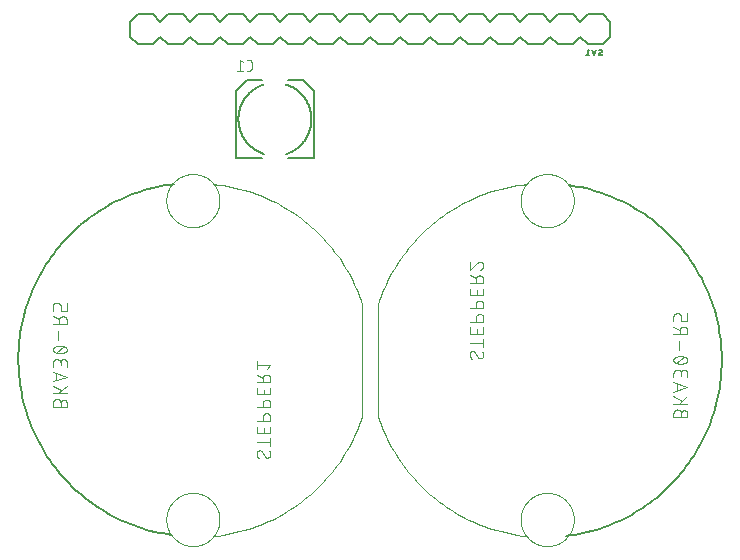
<source format=gbr>
G04 EAGLE Gerber X2 export*
%TF.Part,Single*%
%TF.FileFunction,Legend,Bot,1*%
%TF.FilePolarity,Positive*%
%TF.GenerationSoftware,Autodesk,EAGLE,9.0.0*%
%TF.CreationDate,2018-09-03T19:42:11Z*%
G75*
%MOMM*%
%FSLAX34Y34*%
%LPD*%
%AMOC8*
5,1,8,0,0,1.08239X$1,22.5*%
G01*
%ADD10C,0.100000*%
%ADD11C,0.127000*%
%ADD12C,0.101600*%
%ADD13C,0.203200*%


D10*
X127500Y165000D02*
X127507Y165552D01*
X127527Y166104D01*
X127561Y166655D01*
X127608Y167205D01*
X127669Y167754D01*
X127744Y168301D01*
X127831Y168847D01*
X127932Y169390D01*
X128047Y169930D01*
X128174Y170467D01*
X128315Y171001D01*
X128469Y171531D01*
X128636Y172058D01*
X128815Y172580D01*
X129008Y173098D01*
X129213Y173610D01*
X129430Y174118D01*
X129660Y174620D01*
X129902Y175116D01*
X130157Y175606D01*
X130423Y176090D01*
X130701Y176567D01*
X130991Y177037D01*
X131292Y177500D01*
X131604Y177956D01*
X131928Y178403D01*
X132262Y178843D01*
X132607Y179274D01*
X132963Y179696D01*
X133329Y180110D01*
X133704Y180515D01*
X134090Y180910D01*
X134485Y181296D01*
X134890Y181671D01*
X135304Y182037D01*
X135726Y182393D01*
X136157Y182738D01*
X136597Y183072D01*
X137044Y183396D01*
X137500Y183708D01*
X137963Y184009D01*
X138433Y184299D01*
X138910Y184577D01*
X139394Y184843D01*
X139884Y185098D01*
X140380Y185340D01*
X140882Y185570D01*
X141390Y185787D01*
X141902Y185992D01*
X142420Y186185D01*
X142942Y186364D01*
X143469Y186531D01*
X143999Y186685D01*
X144533Y186826D01*
X145070Y186953D01*
X145610Y187068D01*
X146153Y187169D01*
X146699Y187256D01*
X147246Y187331D01*
X147795Y187392D01*
X148345Y187439D01*
X148896Y187473D01*
X149448Y187493D01*
X150000Y187500D01*
X150552Y187493D01*
X151104Y187473D01*
X151655Y187439D01*
X152205Y187392D01*
X152754Y187331D01*
X153301Y187256D01*
X153847Y187169D01*
X154390Y187068D01*
X154930Y186953D01*
X155467Y186826D01*
X156001Y186685D01*
X156531Y186531D01*
X157058Y186364D01*
X157580Y186185D01*
X158098Y185992D01*
X158610Y185787D01*
X159118Y185570D01*
X159620Y185340D01*
X160116Y185098D01*
X160606Y184843D01*
X161090Y184577D01*
X161567Y184299D01*
X162037Y184009D01*
X162500Y183708D01*
X162956Y183396D01*
X163403Y183072D01*
X163843Y182738D01*
X164274Y182393D01*
X164696Y182037D01*
X165110Y181671D01*
X165515Y181296D01*
X165910Y180910D01*
X166296Y180515D01*
X166671Y180110D01*
X167037Y179696D01*
X167393Y179274D01*
X167738Y178843D01*
X168072Y178403D01*
X168396Y177956D01*
X168708Y177500D01*
X169009Y177037D01*
X169299Y176567D01*
X169577Y176090D01*
X169843Y175606D01*
X170098Y175116D01*
X170340Y174620D01*
X170570Y174118D01*
X170787Y173610D01*
X170992Y173098D01*
X171185Y172580D01*
X171364Y172058D01*
X171531Y171531D01*
X171685Y171001D01*
X171826Y170467D01*
X171953Y169930D01*
X172068Y169390D01*
X172169Y168847D01*
X172256Y168301D01*
X172331Y167754D01*
X172392Y167205D01*
X172439Y166655D01*
X172473Y166104D01*
X172493Y165552D01*
X172500Y165000D01*
X172493Y164448D01*
X172473Y163896D01*
X172439Y163345D01*
X172392Y162795D01*
X172331Y162246D01*
X172256Y161699D01*
X172169Y161153D01*
X172068Y160610D01*
X171953Y160070D01*
X171826Y159533D01*
X171685Y158999D01*
X171531Y158469D01*
X171364Y157942D01*
X171185Y157420D01*
X170992Y156902D01*
X170787Y156390D01*
X170570Y155882D01*
X170340Y155380D01*
X170098Y154884D01*
X169843Y154394D01*
X169577Y153910D01*
X169299Y153433D01*
X169009Y152963D01*
X168708Y152500D01*
X168396Y152044D01*
X168072Y151597D01*
X167738Y151157D01*
X167393Y150726D01*
X167037Y150304D01*
X166671Y149890D01*
X166296Y149485D01*
X165910Y149090D01*
X165515Y148704D01*
X165110Y148329D01*
X164696Y147963D01*
X164274Y147607D01*
X163843Y147262D01*
X163403Y146928D01*
X162956Y146604D01*
X162500Y146292D01*
X162037Y145991D01*
X161567Y145701D01*
X161090Y145423D01*
X160606Y145157D01*
X160116Y144902D01*
X159620Y144660D01*
X159118Y144430D01*
X158610Y144213D01*
X158098Y144008D01*
X157580Y143815D01*
X157058Y143636D01*
X156531Y143469D01*
X156001Y143315D01*
X155467Y143174D01*
X154930Y143047D01*
X154390Y142932D01*
X153847Y142831D01*
X153301Y142744D01*
X152754Y142669D01*
X152205Y142608D01*
X151655Y142561D01*
X151104Y142527D01*
X150552Y142507D01*
X150000Y142500D01*
X149448Y142507D01*
X148896Y142527D01*
X148345Y142561D01*
X147795Y142608D01*
X147246Y142669D01*
X146699Y142744D01*
X146153Y142831D01*
X145610Y142932D01*
X145070Y143047D01*
X144533Y143174D01*
X143999Y143315D01*
X143469Y143469D01*
X142942Y143636D01*
X142420Y143815D01*
X141902Y144008D01*
X141390Y144213D01*
X140882Y144430D01*
X140380Y144660D01*
X139884Y144902D01*
X139394Y145157D01*
X138910Y145423D01*
X138433Y145701D01*
X137963Y145991D01*
X137500Y146292D01*
X137044Y146604D01*
X136597Y146928D01*
X136157Y147262D01*
X135726Y147607D01*
X135304Y147963D01*
X134890Y148329D01*
X134485Y148704D01*
X134090Y149090D01*
X133704Y149485D01*
X133329Y149890D01*
X132963Y150304D01*
X132607Y150726D01*
X132262Y151157D01*
X131928Y151597D01*
X131604Y152044D01*
X131292Y152500D01*
X130991Y152963D01*
X130701Y153433D01*
X130423Y153910D01*
X130157Y154394D01*
X129902Y154884D01*
X129660Y155380D01*
X129430Y155882D01*
X129213Y156390D01*
X129008Y156902D01*
X128815Y157420D01*
X128636Y157942D01*
X128469Y158469D01*
X128315Y158999D01*
X128174Y159533D01*
X128047Y160070D01*
X127932Y160610D01*
X127831Y161153D01*
X127744Y161699D01*
X127669Y162246D01*
X127608Y162795D01*
X127561Y163345D01*
X127527Y163896D01*
X127507Y164448D01*
X127500Y165000D01*
X127500Y435000D02*
X127507Y435552D01*
X127527Y436104D01*
X127561Y436655D01*
X127608Y437205D01*
X127669Y437754D01*
X127744Y438301D01*
X127831Y438847D01*
X127932Y439390D01*
X128047Y439930D01*
X128174Y440467D01*
X128315Y441001D01*
X128469Y441531D01*
X128636Y442058D01*
X128815Y442580D01*
X129008Y443098D01*
X129213Y443610D01*
X129430Y444118D01*
X129660Y444620D01*
X129902Y445116D01*
X130157Y445606D01*
X130423Y446090D01*
X130701Y446567D01*
X130991Y447037D01*
X131292Y447500D01*
X131604Y447956D01*
X131928Y448403D01*
X132262Y448843D01*
X132607Y449274D01*
X132963Y449696D01*
X133329Y450110D01*
X133704Y450515D01*
X134090Y450910D01*
X134485Y451296D01*
X134890Y451671D01*
X135304Y452037D01*
X135726Y452393D01*
X136157Y452738D01*
X136597Y453072D01*
X137044Y453396D01*
X137500Y453708D01*
X137963Y454009D01*
X138433Y454299D01*
X138910Y454577D01*
X139394Y454843D01*
X139884Y455098D01*
X140380Y455340D01*
X140882Y455570D01*
X141390Y455787D01*
X141902Y455992D01*
X142420Y456185D01*
X142942Y456364D01*
X143469Y456531D01*
X143999Y456685D01*
X144533Y456826D01*
X145070Y456953D01*
X145610Y457068D01*
X146153Y457169D01*
X146699Y457256D01*
X147246Y457331D01*
X147795Y457392D01*
X148345Y457439D01*
X148896Y457473D01*
X149448Y457493D01*
X150000Y457500D01*
X150552Y457493D01*
X151104Y457473D01*
X151655Y457439D01*
X152205Y457392D01*
X152754Y457331D01*
X153301Y457256D01*
X153847Y457169D01*
X154390Y457068D01*
X154930Y456953D01*
X155467Y456826D01*
X156001Y456685D01*
X156531Y456531D01*
X157058Y456364D01*
X157580Y456185D01*
X158098Y455992D01*
X158610Y455787D01*
X159118Y455570D01*
X159620Y455340D01*
X160116Y455098D01*
X160606Y454843D01*
X161090Y454577D01*
X161567Y454299D01*
X162037Y454009D01*
X162500Y453708D01*
X162956Y453396D01*
X163403Y453072D01*
X163843Y452738D01*
X164274Y452393D01*
X164696Y452037D01*
X165110Y451671D01*
X165515Y451296D01*
X165910Y450910D01*
X166296Y450515D01*
X166671Y450110D01*
X167037Y449696D01*
X167393Y449274D01*
X167738Y448843D01*
X168072Y448403D01*
X168396Y447956D01*
X168708Y447500D01*
X169009Y447037D01*
X169299Y446567D01*
X169577Y446090D01*
X169843Y445606D01*
X170098Y445116D01*
X170340Y444620D01*
X170570Y444118D01*
X170787Y443610D01*
X170992Y443098D01*
X171185Y442580D01*
X171364Y442058D01*
X171531Y441531D01*
X171685Y441001D01*
X171826Y440467D01*
X171953Y439930D01*
X172068Y439390D01*
X172169Y438847D01*
X172256Y438301D01*
X172331Y437754D01*
X172392Y437205D01*
X172439Y436655D01*
X172473Y436104D01*
X172493Y435552D01*
X172500Y435000D01*
X172493Y434448D01*
X172473Y433896D01*
X172439Y433345D01*
X172392Y432795D01*
X172331Y432246D01*
X172256Y431699D01*
X172169Y431153D01*
X172068Y430610D01*
X171953Y430070D01*
X171826Y429533D01*
X171685Y428999D01*
X171531Y428469D01*
X171364Y427942D01*
X171185Y427420D01*
X170992Y426902D01*
X170787Y426390D01*
X170570Y425882D01*
X170340Y425380D01*
X170098Y424884D01*
X169843Y424394D01*
X169577Y423910D01*
X169299Y423433D01*
X169009Y422963D01*
X168708Y422500D01*
X168396Y422044D01*
X168072Y421597D01*
X167738Y421157D01*
X167393Y420726D01*
X167037Y420304D01*
X166671Y419890D01*
X166296Y419485D01*
X165910Y419090D01*
X165515Y418704D01*
X165110Y418329D01*
X164696Y417963D01*
X164274Y417607D01*
X163843Y417262D01*
X163403Y416928D01*
X162956Y416604D01*
X162500Y416292D01*
X162037Y415991D01*
X161567Y415701D01*
X161090Y415423D01*
X160606Y415157D01*
X160116Y414902D01*
X159620Y414660D01*
X159118Y414430D01*
X158610Y414213D01*
X158098Y414008D01*
X157580Y413815D01*
X157058Y413636D01*
X156531Y413469D01*
X156001Y413315D01*
X155467Y413174D01*
X154930Y413047D01*
X154390Y412932D01*
X153847Y412831D01*
X153301Y412744D01*
X152754Y412669D01*
X152205Y412608D01*
X151655Y412561D01*
X151104Y412527D01*
X150552Y412507D01*
X150000Y412500D01*
X149448Y412507D01*
X148896Y412527D01*
X148345Y412561D01*
X147795Y412608D01*
X147246Y412669D01*
X146699Y412744D01*
X146153Y412831D01*
X145610Y412932D01*
X145070Y413047D01*
X144533Y413174D01*
X143999Y413315D01*
X143469Y413469D01*
X142942Y413636D01*
X142420Y413815D01*
X141902Y414008D01*
X141390Y414213D01*
X140882Y414430D01*
X140380Y414660D01*
X139884Y414902D01*
X139394Y415157D01*
X138910Y415423D01*
X138433Y415701D01*
X137963Y415991D01*
X137500Y416292D01*
X137044Y416604D01*
X136597Y416928D01*
X136157Y417262D01*
X135726Y417607D01*
X135304Y417963D01*
X134890Y418329D01*
X134485Y418704D01*
X134090Y419090D01*
X133704Y419485D01*
X133329Y419890D01*
X132963Y420304D01*
X132607Y420726D01*
X132262Y421157D01*
X131928Y421597D01*
X131604Y422044D01*
X131292Y422500D01*
X130991Y422963D01*
X130701Y423433D01*
X130423Y423910D01*
X130157Y424394D01*
X129902Y424884D01*
X129660Y425380D01*
X129430Y425882D01*
X129213Y426390D01*
X129008Y426902D01*
X128815Y427420D01*
X128636Y427942D01*
X128469Y428469D01*
X128315Y428999D01*
X128174Y429533D01*
X128047Y430070D01*
X127932Y430610D01*
X127831Y431153D01*
X127744Y431699D01*
X127669Y432246D01*
X127608Y432795D01*
X127561Y433345D01*
X127527Y433896D01*
X127507Y434448D01*
X127500Y435000D01*
X293460Y347000D02*
X293460Y253000D01*
X293459Y253000D02*
X292297Y249553D01*
X291050Y246137D01*
X289720Y242751D01*
X288307Y239399D01*
X286813Y236083D01*
X285239Y232804D01*
X283584Y229565D01*
X281851Y226367D01*
X280040Y223213D01*
X278152Y220104D01*
X276189Y217041D01*
X274152Y214028D01*
X272042Y211066D01*
X269859Y208156D01*
X267606Y205300D01*
X265284Y202501D01*
X262894Y199759D01*
X260438Y197076D01*
X257917Y194454D01*
X255332Y191895D01*
X252686Y189400D01*
X249979Y186970D01*
X247214Y184607D01*
X244392Y182313D01*
X241514Y180088D01*
X238583Y177934D01*
X235600Y175853D01*
X232567Y173845D01*
X229486Y171912D01*
X226358Y170055D01*
X223186Y168275D01*
X219972Y166573D01*
X216716Y164951D01*
X213422Y163408D01*
X210092Y161947D01*
X206726Y160567D01*
X203328Y159270D01*
X199899Y158057D01*
X196441Y156928D01*
X192957Y155884D01*
X189448Y154926D01*
X185917Y154053D01*
X182366Y153268D01*
X178796Y152569D01*
X175210Y151958D01*
X171611Y151435D01*
X168000Y151000D01*
X293460Y347000D02*
X292297Y350446D01*
X291050Y353863D01*
X289720Y357249D01*
X288307Y360601D01*
X286813Y363917D01*
X285239Y367196D01*
X283584Y370435D01*
X281851Y373633D01*
X280040Y376787D01*
X278153Y379896D01*
X276189Y382959D01*
X274152Y385972D01*
X272042Y388934D01*
X269859Y391844D01*
X267606Y394700D01*
X265284Y397499D01*
X262894Y400241D01*
X260438Y402924D01*
X257917Y405546D01*
X255332Y408105D01*
X252686Y410600D01*
X249979Y413030D01*
X247214Y415393D01*
X244392Y417687D01*
X241514Y419912D01*
X238583Y422066D01*
X235600Y424147D01*
X232567Y426155D01*
X229486Y428088D01*
X226358Y429945D01*
X223186Y431725D01*
X219972Y433427D01*
X216716Y435049D01*
X213422Y436592D01*
X210092Y438053D01*
X206726Y439433D01*
X203328Y440730D01*
X199899Y441943D01*
X196441Y443072D01*
X192957Y444116D01*
X189448Y445074D01*
X185917Y445947D01*
X182366Y446732D01*
X178796Y447431D01*
X175210Y448042D01*
X171611Y448565D01*
X168000Y449000D01*
D11*
X133960Y449000D02*
X130329Y448515D01*
X126711Y447942D01*
X123109Y447280D01*
X119523Y446530D01*
X115957Y445693D01*
X112413Y444769D01*
X108892Y443758D01*
X105397Y442661D01*
X101930Y441480D01*
X98493Y440214D01*
X95088Y438864D01*
X91717Y437431D01*
X88382Y435916D01*
X85085Y434320D01*
X81828Y432644D01*
X78613Y430889D01*
X75442Y429055D01*
X72316Y427145D01*
X69239Y425158D01*
X66211Y423097D01*
X63234Y420963D01*
X60310Y418756D01*
X57442Y416479D01*
X54629Y414132D01*
X51875Y411716D01*
X49181Y409235D01*
X46549Y406688D01*
X43980Y404077D01*
X41475Y401404D01*
X39036Y398671D01*
X36665Y395879D01*
X34363Y393030D01*
X32131Y390125D01*
X29972Y387167D01*
X27885Y384156D01*
X25872Y381096D01*
X23935Y377987D01*
X22074Y374832D01*
X20292Y371632D01*
X18588Y368390D01*
X16964Y365106D01*
X15420Y361784D01*
X13959Y358426D01*
X12580Y355032D01*
X11284Y351606D01*
X10073Y348149D01*
X8947Y344664D01*
X7906Y341152D01*
X6951Y337615D01*
X6084Y334057D01*
X5303Y330478D01*
X4611Y326881D01*
X4006Y323268D01*
X3490Y319642D01*
X3063Y316004D01*
X2725Y312356D01*
X2477Y308702D01*
X2318Y305042D01*
X2248Y301380D01*
X2269Y297717D01*
X2378Y294056D01*
X2578Y290398D01*
X2866Y286747D01*
X3244Y283103D01*
X3711Y279470D01*
X4267Y275850D01*
X4911Y272244D01*
X5643Y268655D01*
X6463Y265085D01*
X7370Y261536D01*
X8363Y258010D01*
X9442Y254510D01*
X10607Y251037D01*
X11856Y247594D01*
X13189Y244182D01*
X14606Y240804D01*
X16104Y237462D01*
X17684Y234157D01*
X19344Y230892D01*
X21083Y227668D01*
X22901Y224488D01*
X24796Y221353D01*
X26768Y218266D01*
X28814Y215228D01*
X30934Y212241D01*
X33126Y209306D01*
X35389Y206426D01*
X37723Y203603D01*
X40124Y200837D01*
X42593Y198131D01*
X45127Y195486D01*
X47725Y192903D01*
X50385Y190386D01*
X53106Y187934D01*
X55886Y185549D01*
X58724Y183233D01*
X61618Y180987D01*
X64566Y178813D01*
X67566Y176711D01*
X70616Y174683D01*
X73716Y172731D01*
X76862Y170855D01*
X80053Y169056D01*
X83287Y167337D01*
X86562Y165696D01*
X89876Y164137D01*
X93228Y162659D01*
X96614Y161263D01*
X100034Y159951D01*
X103485Y158723D01*
X106965Y157579D01*
X110472Y156521D01*
X114003Y155549D01*
X117558Y154664D01*
X121133Y153866D01*
X124726Y153156D01*
X128336Y152533D01*
X131960Y152000D01*
D12*
X37959Y260508D02*
X37959Y263754D01*
X37960Y263754D02*
X37958Y263867D01*
X37952Y263980D01*
X37942Y264093D01*
X37928Y264206D01*
X37911Y264318D01*
X37889Y264429D01*
X37864Y264539D01*
X37834Y264649D01*
X37801Y264757D01*
X37764Y264864D01*
X37724Y264970D01*
X37679Y265074D01*
X37631Y265177D01*
X37580Y265278D01*
X37525Y265377D01*
X37467Y265474D01*
X37405Y265569D01*
X37340Y265662D01*
X37272Y265752D01*
X37201Y265840D01*
X37126Y265926D01*
X37049Y266009D01*
X36969Y266089D01*
X36886Y266166D01*
X36800Y266241D01*
X36712Y266312D01*
X36622Y266380D01*
X36529Y266445D01*
X36434Y266507D01*
X36337Y266565D01*
X36238Y266620D01*
X36137Y266671D01*
X36034Y266719D01*
X35930Y266764D01*
X35824Y266804D01*
X35717Y266841D01*
X35609Y266874D01*
X35499Y266904D01*
X35389Y266929D01*
X35278Y266951D01*
X35166Y266968D01*
X35053Y266982D01*
X34940Y266992D01*
X34827Y266998D01*
X34714Y267000D01*
X34601Y266998D01*
X34488Y266992D01*
X34375Y266982D01*
X34262Y266968D01*
X34150Y266951D01*
X34039Y266929D01*
X33929Y266904D01*
X33819Y266874D01*
X33711Y266841D01*
X33604Y266804D01*
X33498Y266764D01*
X33394Y266719D01*
X33291Y266671D01*
X33190Y266620D01*
X33091Y266565D01*
X32994Y266507D01*
X32899Y266445D01*
X32806Y266380D01*
X32716Y266312D01*
X32628Y266241D01*
X32542Y266166D01*
X32459Y266089D01*
X32379Y266009D01*
X32302Y265926D01*
X32227Y265840D01*
X32156Y265752D01*
X32088Y265662D01*
X32023Y265569D01*
X31961Y265474D01*
X31903Y265377D01*
X31848Y265278D01*
X31797Y265177D01*
X31749Y265074D01*
X31704Y264970D01*
X31664Y264864D01*
X31627Y264757D01*
X31594Y264649D01*
X31564Y264539D01*
X31539Y264429D01*
X31517Y264318D01*
X31500Y264206D01*
X31486Y264093D01*
X31476Y263980D01*
X31470Y263867D01*
X31468Y263754D01*
X31468Y260508D01*
X43152Y260508D01*
X43152Y263754D01*
X43150Y263855D01*
X43144Y263955D01*
X43134Y264055D01*
X43121Y264155D01*
X43103Y264254D01*
X43082Y264353D01*
X43057Y264450D01*
X43028Y264547D01*
X42995Y264642D01*
X42959Y264736D01*
X42919Y264828D01*
X42876Y264919D01*
X42829Y265008D01*
X42779Y265095D01*
X42725Y265181D01*
X42668Y265264D01*
X42608Y265344D01*
X42545Y265423D01*
X42478Y265499D01*
X42409Y265572D01*
X42337Y265642D01*
X42263Y265710D01*
X42186Y265775D01*
X42106Y265836D01*
X42024Y265895D01*
X41940Y265950D01*
X41854Y266002D01*
X41766Y266051D01*
X41676Y266096D01*
X41584Y266138D01*
X41491Y266176D01*
X41396Y266210D01*
X41301Y266241D01*
X41204Y266268D01*
X41106Y266291D01*
X41007Y266311D01*
X40907Y266326D01*
X40807Y266338D01*
X40707Y266346D01*
X40606Y266350D01*
X40506Y266350D01*
X40405Y266346D01*
X40305Y266338D01*
X40205Y266326D01*
X40105Y266311D01*
X40006Y266291D01*
X39908Y266268D01*
X39811Y266241D01*
X39716Y266210D01*
X39621Y266176D01*
X39528Y266138D01*
X39436Y266096D01*
X39346Y266051D01*
X39258Y266002D01*
X39172Y265950D01*
X39088Y265895D01*
X39006Y265836D01*
X38926Y265775D01*
X38849Y265710D01*
X38775Y265642D01*
X38703Y265572D01*
X38634Y265499D01*
X38567Y265423D01*
X38504Y265344D01*
X38444Y265264D01*
X38387Y265181D01*
X38333Y265095D01*
X38283Y265008D01*
X38236Y264919D01*
X38193Y264828D01*
X38153Y264736D01*
X38117Y264642D01*
X38084Y264547D01*
X38055Y264450D01*
X38030Y264353D01*
X38009Y264254D01*
X37991Y264155D01*
X37978Y264055D01*
X37968Y263955D01*
X37962Y263855D01*
X37960Y263754D01*
X43152Y271938D02*
X31468Y271938D01*
X36012Y271938D02*
X43152Y278429D01*
X38608Y274534D02*
X31468Y278429D01*
X31468Y282169D02*
X43152Y286063D01*
X31468Y289958D01*
X34389Y288984D02*
X34389Y283142D01*
X31468Y294248D02*
X31468Y297493D01*
X31470Y297606D01*
X31476Y297719D01*
X31486Y297832D01*
X31500Y297945D01*
X31517Y298057D01*
X31539Y298168D01*
X31564Y298278D01*
X31594Y298388D01*
X31627Y298496D01*
X31664Y298603D01*
X31704Y298709D01*
X31749Y298813D01*
X31797Y298916D01*
X31848Y299017D01*
X31903Y299116D01*
X31961Y299213D01*
X32023Y299308D01*
X32088Y299401D01*
X32156Y299491D01*
X32227Y299579D01*
X32302Y299665D01*
X32379Y299748D01*
X32459Y299828D01*
X32542Y299905D01*
X32628Y299980D01*
X32716Y300051D01*
X32806Y300119D01*
X32899Y300184D01*
X32994Y300246D01*
X33091Y300304D01*
X33190Y300359D01*
X33291Y300410D01*
X33394Y300458D01*
X33498Y300503D01*
X33604Y300543D01*
X33711Y300580D01*
X33819Y300613D01*
X33929Y300643D01*
X34039Y300668D01*
X34150Y300690D01*
X34262Y300707D01*
X34375Y300721D01*
X34488Y300731D01*
X34601Y300737D01*
X34714Y300739D01*
X34827Y300737D01*
X34940Y300731D01*
X35053Y300721D01*
X35166Y300707D01*
X35278Y300690D01*
X35389Y300668D01*
X35499Y300643D01*
X35609Y300613D01*
X35717Y300580D01*
X35824Y300543D01*
X35930Y300503D01*
X36034Y300458D01*
X36137Y300410D01*
X36238Y300359D01*
X36337Y300304D01*
X36434Y300246D01*
X36529Y300184D01*
X36622Y300119D01*
X36712Y300051D01*
X36800Y299980D01*
X36886Y299905D01*
X36969Y299828D01*
X37049Y299748D01*
X37126Y299665D01*
X37201Y299579D01*
X37272Y299491D01*
X37340Y299401D01*
X37405Y299308D01*
X37467Y299213D01*
X37525Y299116D01*
X37580Y299017D01*
X37631Y298916D01*
X37679Y298813D01*
X37724Y298709D01*
X37764Y298603D01*
X37801Y298496D01*
X37834Y298388D01*
X37864Y298278D01*
X37889Y298168D01*
X37911Y298057D01*
X37928Y297945D01*
X37942Y297832D01*
X37952Y297719D01*
X37958Y297606D01*
X37960Y297493D01*
X43152Y298142D02*
X43152Y294248D01*
X43152Y298142D02*
X43150Y298243D01*
X43144Y298343D01*
X43134Y298443D01*
X43121Y298543D01*
X43103Y298642D01*
X43082Y298741D01*
X43057Y298838D01*
X43028Y298935D01*
X42995Y299030D01*
X42959Y299124D01*
X42919Y299216D01*
X42876Y299307D01*
X42829Y299396D01*
X42779Y299483D01*
X42725Y299569D01*
X42668Y299652D01*
X42608Y299732D01*
X42545Y299811D01*
X42478Y299887D01*
X42409Y299960D01*
X42337Y300030D01*
X42263Y300098D01*
X42186Y300163D01*
X42106Y300224D01*
X42024Y300283D01*
X41940Y300338D01*
X41854Y300390D01*
X41766Y300439D01*
X41676Y300484D01*
X41584Y300526D01*
X41491Y300564D01*
X41396Y300598D01*
X41301Y300629D01*
X41204Y300656D01*
X41106Y300679D01*
X41007Y300699D01*
X40907Y300714D01*
X40807Y300726D01*
X40707Y300734D01*
X40606Y300738D01*
X40506Y300738D01*
X40405Y300734D01*
X40305Y300726D01*
X40205Y300714D01*
X40105Y300699D01*
X40006Y300679D01*
X39908Y300656D01*
X39811Y300629D01*
X39716Y300598D01*
X39621Y300564D01*
X39528Y300526D01*
X39436Y300484D01*
X39346Y300439D01*
X39258Y300390D01*
X39172Y300338D01*
X39088Y300283D01*
X39006Y300224D01*
X38926Y300163D01*
X38849Y300098D01*
X38775Y300030D01*
X38703Y299960D01*
X38634Y299887D01*
X38567Y299811D01*
X38504Y299732D01*
X38444Y299652D01*
X38387Y299569D01*
X38333Y299483D01*
X38283Y299396D01*
X38236Y299307D01*
X38193Y299216D01*
X38153Y299124D01*
X38117Y299030D01*
X38084Y298935D01*
X38055Y298838D01*
X38030Y298741D01*
X38009Y298642D01*
X37991Y298543D01*
X37978Y298443D01*
X37968Y298343D01*
X37962Y298243D01*
X37960Y298142D01*
X37959Y298142D02*
X37959Y295546D01*
X37310Y305678D02*
X37540Y305681D01*
X37770Y305689D01*
X37999Y305703D01*
X38228Y305722D01*
X38457Y305747D01*
X38684Y305777D01*
X38912Y305812D01*
X39138Y305853D01*
X39363Y305899D01*
X39587Y305951D01*
X39809Y306008D01*
X40031Y306070D01*
X40250Y306138D01*
X40468Y306211D01*
X40685Y306289D01*
X40899Y306372D01*
X41111Y306460D01*
X41321Y306553D01*
X41529Y306652D01*
X41529Y306651D02*
X41619Y306684D01*
X41708Y306720D01*
X41796Y306760D01*
X41881Y306804D01*
X41965Y306851D01*
X42047Y306901D01*
X42127Y306955D01*
X42204Y307011D01*
X42280Y307071D01*
X42353Y307134D01*
X42423Y307199D01*
X42491Y307268D01*
X42555Y307339D01*
X42617Y307412D01*
X42676Y307488D01*
X42732Y307566D01*
X42785Y307647D01*
X42834Y307729D01*
X42880Y307813D01*
X42923Y307900D01*
X42962Y307987D01*
X42998Y308077D01*
X43030Y308167D01*
X43058Y308259D01*
X43083Y308352D01*
X43104Y308446D01*
X43121Y308540D01*
X43135Y308635D01*
X43144Y308731D01*
X43150Y308827D01*
X43152Y308923D01*
X43150Y309019D01*
X43144Y309115D01*
X43135Y309211D01*
X43121Y309306D01*
X43104Y309400D01*
X43083Y309494D01*
X43058Y309587D01*
X43030Y309679D01*
X42998Y309769D01*
X42962Y309859D01*
X42923Y309946D01*
X42880Y310033D01*
X42834Y310117D01*
X42785Y310199D01*
X42732Y310280D01*
X42676Y310358D01*
X42617Y310434D01*
X42555Y310507D01*
X42491Y310578D01*
X42423Y310647D01*
X42353Y310712D01*
X42280Y310775D01*
X42204Y310835D01*
X42127Y310891D01*
X42047Y310945D01*
X41965Y310995D01*
X41881Y311042D01*
X41796Y311086D01*
X41708Y311126D01*
X41619Y311162D01*
X41529Y311195D01*
X41322Y311294D01*
X41112Y311387D01*
X40899Y311475D01*
X40685Y311558D01*
X40469Y311636D01*
X40251Y311709D01*
X40031Y311777D01*
X39810Y311839D01*
X39587Y311896D01*
X39363Y311948D01*
X39138Y311994D01*
X38912Y312035D01*
X38685Y312070D01*
X38457Y312100D01*
X38228Y312125D01*
X37999Y312144D01*
X37770Y312158D01*
X37540Y312166D01*
X37310Y312169D01*
X37310Y305677D02*
X37080Y305680D01*
X36850Y305688D01*
X36621Y305702D01*
X36392Y305721D01*
X36163Y305746D01*
X35935Y305776D01*
X35708Y305811D01*
X35482Y305852D01*
X35257Y305898D01*
X35033Y305950D01*
X34810Y306007D01*
X34589Y306069D01*
X34369Y306137D01*
X34151Y306210D01*
X33935Y306288D01*
X33721Y306371D01*
X33509Y306459D01*
X33298Y306552D01*
X33091Y306651D01*
X33001Y306684D01*
X32912Y306720D01*
X32824Y306761D01*
X32739Y306804D01*
X32655Y306851D01*
X32573Y306901D01*
X32493Y306955D01*
X32416Y307011D01*
X32340Y307071D01*
X32267Y307134D01*
X32197Y307199D01*
X32129Y307268D01*
X32065Y307339D01*
X32003Y307412D01*
X31944Y307488D01*
X31888Y307566D01*
X31835Y307647D01*
X31786Y307729D01*
X31740Y307813D01*
X31697Y307900D01*
X31658Y307987D01*
X31622Y308077D01*
X31590Y308167D01*
X31562Y308259D01*
X31537Y308352D01*
X31516Y308446D01*
X31499Y308540D01*
X31485Y308635D01*
X31476Y308731D01*
X31470Y308827D01*
X31468Y308923D01*
X33091Y311195D02*
X33298Y311294D01*
X33509Y311387D01*
X33721Y311475D01*
X33935Y311558D01*
X34151Y311636D01*
X34369Y311709D01*
X34589Y311777D01*
X34810Y311839D01*
X35033Y311896D01*
X35257Y311948D01*
X35482Y311994D01*
X35708Y312035D01*
X35935Y312070D01*
X36163Y312100D01*
X36392Y312125D01*
X36621Y312144D01*
X36850Y312158D01*
X37080Y312166D01*
X37310Y312169D01*
X33091Y311195D02*
X33001Y311162D01*
X32912Y311126D01*
X32824Y311086D01*
X32739Y311042D01*
X32655Y310995D01*
X32573Y310945D01*
X32493Y310891D01*
X32416Y310835D01*
X32340Y310775D01*
X32267Y310712D01*
X32197Y310647D01*
X32129Y310578D01*
X32065Y310507D01*
X32003Y310434D01*
X31944Y310358D01*
X31888Y310280D01*
X31835Y310199D01*
X31786Y310117D01*
X31740Y310033D01*
X31697Y309946D01*
X31658Y309859D01*
X31622Y309769D01*
X31590Y309679D01*
X31562Y309587D01*
X31537Y309494D01*
X31516Y309400D01*
X31499Y309306D01*
X31485Y309211D01*
X31476Y309115D01*
X31470Y309019D01*
X31468Y308923D01*
X34064Y306327D02*
X40556Y311520D01*
X36012Y317220D02*
X36012Y325010D01*
X31468Y330516D02*
X43152Y330516D01*
X43152Y333762D01*
X43150Y333875D01*
X43144Y333988D01*
X43134Y334101D01*
X43120Y334214D01*
X43103Y334326D01*
X43081Y334437D01*
X43056Y334547D01*
X43026Y334657D01*
X42993Y334765D01*
X42956Y334872D01*
X42916Y334978D01*
X42871Y335082D01*
X42823Y335185D01*
X42772Y335286D01*
X42717Y335385D01*
X42659Y335482D01*
X42597Y335577D01*
X42532Y335670D01*
X42464Y335760D01*
X42393Y335848D01*
X42318Y335934D01*
X42241Y336017D01*
X42161Y336097D01*
X42078Y336174D01*
X41992Y336249D01*
X41904Y336320D01*
X41814Y336388D01*
X41721Y336453D01*
X41626Y336515D01*
X41529Y336573D01*
X41430Y336628D01*
X41329Y336679D01*
X41226Y336727D01*
X41122Y336772D01*
X41016Y336812D01*
X40909Y336849D01*
X40801Y336882D01*
X40691Y336912D01*
X40581Y336937D01*
X40470Y336959D01*
X40358Y336976D01*
X40245Y336990D01*
X40132Y337000D01*
X40019Y337006D01*
X39906Y337008D01*
X39793Y337006D01*
X39680Y337000D01*
X39567Y336990D01*
X39454Y336976D01*
X39342Y336959D01*
X39231Y336937D01*
X39121Y336912D01*
X39011Y336882D01*
X38903Y336849D01*
X38796Y336812D01*
X38690Y336772D01*
X38586Y336727D01*
X38483Y336679D01*
X38382Y336628D01*
X38283Y336573D01*
X38186Y336515D01*
X38091Y336453D01*
X37998Y336388D01*
X37908Y336320D01*
X37820Y336249D01*
X37734Y336174D01*
X37651Y336097D01*
X37571Y336017D01*
X37494Y335934D01*
X37419Y335848D01*
X37348Y335760D01*
X37280Y335670D01*
X37215Y335577D01*
X37153Y335482D01*
X37095Y335385D01*
X37040Y335286D01*
X36989Y335185D01*
X36941Y335082D01*
X36896Y334978D01*
X36856Y334872D01*
X36819Y334765D01*
X36786Y334657D01*
X36756Y334547D01*
X36731Y334437D01*
X36709Y334326D01*
X36692Y334214D01*
X36678Y334101D01*
X36668Y333988D01*
X36662Y333875D01*
X36660Y333762D01*
X36661Y333762D02*
X36661Y330516D01*
X36661Y334411D02*
X31468Y337007D01*
X31468Y341873D02*
X31468Y345767D01*
X31470Y345866D01*
X31476Y345966D01*
X31485Y346065D01*
X31498Y346163D01*
X31515Y346261D01*
X31536Y346359D01*
X31561Y346455D01*
X31589Y346550D01*
X31621Y346644D01*
X31656Y346737D01*
X31695Y346829D01*
X31738Y346919D01*
X31783Y347007D01*
X31833Y347094D01*
X31885Y347178D01*
X31941Y347261D01*
X31999Y347341D01*
X32061Y347419D01*
X32126Y347494D01*
X32194Y347567D01*
X32264Y347637D01*
X32337Y347705D01*
X32412Y347770D01*
X32490Y347832D01*
X32570Y347890D01*
X32653Y347946D01*
X32737Y347998D01*
X32824Y348048D01*
X32912Y348093D01*
X33002Y348136D01*
X33094Y348175D01*
X33187Y348210D01*
X33281Y348242D01*
X33376Y348270D01*
X33472Y348295D01*
X33570Y348316D01*
X33668Y348333D01*
X33766Y348346D01*
X33865Y348355D01*
X33965Y348361D01*
X34064Y348363D01*
X34064Y348364D02*
X35363Y348364D01*
X35363Y348363D02*
X35462Y348361D01*
X35562Y348355D01*
X35661Y348346D01*
X35759Y348333D01*
X35857Y348316D01*
X35955Y348295D01*
X36051Y348270D01*
X36146Y348242D01*
X36240Y348210D01*
X36333Y348175D01*
X36425Y348136D01*
X36515Y348093D01*
X36603Y348048D01*
X36690Y347998D01*
X36774Y347946D01*
X36857Y347890D01*
X36937Y347832D01*
X37015Y347770D01*
X37090Y347705D01*
X37163Y347637D01*
X37233Y347567D01*
X37301Y347494D01*
X37366Y347419D01*
X37428Y347341D01*
X37486Y347261D01*
X37542Y347178D01*
X37594Y347094D01*
X37644Y347007D01*
X37689Y346919D01*
X37732Y346829D01*
X37771Y346737D01*
X37806Y346644D01*
X37838Y346550D01*
X37866Y346455D01*
X37891Y346359D01*
X37912Y346261D01*
X37929Y346163D01*
X37942Y346065D01*
X37951Y345966D01*
X37957Y345866D01*
X37959Y345767D01*
X37959Y341873D01*
X43152Y341873D01*
X43152Y348364D01*
X204008Y220903D02*
X204010Y221002D01*
X204016Y221102D01*
X204025Y221201D01*
X204038Y221299D01*
X204055Y221397D01*
X204076Y221495D01*
X204101Y221591D01*
X204129Y221686D01*
X204161Y221780D01*
X204196Y221873D01*
X204235Y221965D01*
X204278Y222055D01*
X204323Y222143D01*
X204373Y222230D01*
X204425Y222314D01*
X204481Y222397D01*
X204539Y222477D01*
X204601Y222555D01*
X204666Y222630D01*
X204734Y222703D01*
X204804Y222773D01*
X204877Y222841D01*
X204952Y222906D01*
X205030Y222968D01*
X205110Y223026D01*
X205193Y223082D01*
X205277Y223134D01*
X205364Y223184D01*
X205452Y223229D01*
X205542Y223272D01*
X205634Y223311D01*
X205727Y223346D01*
X205821Y223378D01*
X205916Y223406D01*
X206012Y223431D01*
X206110Y223452D01*
X206208Y223469D01*
X206306Y223482D01*
X206405Y223491D01*
X206505Y223497D01*
X206604Y223499D01*
X204008Y220903D02*
X204010Y220759D01*
X204016Y220614D01*
X204025Y220470D01*
X204038Y220327D01*
X204055Y220183D01*
X204076Y220040D01*
X204101Y219898D01*
X204129Y219757D01*
X204161Y219616D01*
X204197Y219476D01*
X204236Y219337D01*
X204279Y219199D01*
X204326Y219063D01*
X204376Y218927D01*
X204430Y218793D01*
X204487Y218661D01*
X204548Y218530D01*
X204612Y218401D01*
X204680Y218273D01*
X204750Y218147D01*
X204825Y218023D01*
X204902Y217902D01*
X204983Y217782D01*
X205066Y217664D01*
X205153Y217549D01*
X205243Y217436D01*
X205336Y217325D01*
X205431Y217217D01*
X205530Y217111D01*
X205631Y217008D01*
X213096Y217333D02*
X213195Y217335D01*
X213295Y217341D01*
X213394Y217350D01*
X213492Y217363D01*
X213590Y217380D01*
X213688Y217401D01*
X213784Y217426D01*
X213879Y217454D01*
X213973Y217486D01*
X214066Y217521D01*
X214158Y217560D01*
X214248Y217603D01*
X214336Y217648D01*
X214423Y217698D01*
X214507Y217750D01*
X214590Y217806D01*
X214670Y217864D01*
X214748Y217926D01*
X214823Y217991D01*
X214896Y218059D01*
X214966Y218129D01*
X215034Y218202D01*
X215099Y218277D01*
X215161Y218355D01*
X215219Y218435D01*
X215275Y218518D01*
X215327Y218602D01*
X215377Y218689D01*
X215422Y218777D01*
X215465Y218867D01*
X215504Y218959D01*
X215539Y219052D01*
X215571Y219146D01*
X215599Y219241D01*
X215624Y219338D01*
X215645Y219435D01*
X215662Y219533D01*
X215675Y219631D01*
X215684Y219730D01*
X215690Y219830D01*
X215692Y219929D01*
X215690Y220065D01*
X215684Y220201D01*
X215675Y220337D01*
X215662Y220473D01*
X215644Y220608D01*
X215624Y220742D01*
X215599Y220876D01*
X215571Y221010D01*
X215538Y221142D01*
X215503Y221273D01*
X215463Y221404D01*
X215420Y221533D01*
X215374Y221661D01*
X215323Y221787D01*
X215270Y221913D01*
X215212Y222036D01*
X215152Y222158D01*
X215088Y222278D01*
X215020Y222397D01*
X214950Y222513D01*
X214876Y222627D01*
X214799Y222740D01*
X214718Y222850D01*
X210824Y218631D02*
X210877Y218545D01*
X210934Y218461D01*
X210993Y218379D01*
X211056Y218299D01*
X211122Y218222D01*
X211190Y218147D01*
X211262Y218075D01*
X211336Y218006D01*
X211413Y217940D01*
X211492Y217877D01*
X211574Y217817D01*
X211658Y217760D01*
X211744Y217706D01*
X211832Y217656D01*
X211922Y217609D01*
X212013Y217565D01*
X212107Y217526D01*
X212201Y217489D01*
X212297Y217457D01*
X212395Y217428D01*
X212493Y217403D01*
X212592Y217382D01*
X212692Y217364D01*
X212792Y217351D01*
X212893Y217341D01*
X212995Y217335D01*
X213096Y217333D01*
X208876Y222201D02*
X208823Y222287D01*
X208766Y222371D01*
X208707Y222453D01*
X208644Y222533D01*
X208578Y222610D01*
X208510Y222685D01*
X208438Y222757D01*
X208364Y222826D01*
X208287Y222892D01*
X208208Y222955D01*
X208126Y223015D01*
X208042Y223072D01*
X207956Y223126D01*
X207868Y223176D01*
X207778Y223223D01*
X207687Y223267D01*
X207593Y223306D01*
X207499Y223343D01*
X207403Y223375D01*
X207305Y223404D01*
X207207Y223429D01*
X207108Y223450D01*
X207008Y223468D01*
X206908Y223481D01*
X206807Y223491D01*
X206705Y223497D01*
X206604Y223499D01*
X208876Y222201D02*
X210824Y218631D01*
X215692Y230541D02*
X204008Y230541D01*
X215692Y227295D02*
X215692Y233786D01*
X204008Y238367D02*
X204008Y243559D01*
X204008Y238367D02*
X215692Y238367D01*
X215692Y243559D01*
X210499Y242261D02*
X210499Y238367D01*
X215692Y248419D02*
X204008Y248419D01*
X215692Y248419D02*
X215692Y251665D01*
X215690Y251778D01*
X215684Y251891D01*
X215674Y252004D01*
X215660Y252117D01*
X215643Y252229D01*
X215621Y252340D01*
X215596Y252450D01*
X215566Y252560D01*
X215533Y252668D01*
X215496Y252775D01*
X215456Y252881D01*
X215411Y252985D01*
X215363Y253088D01*
X215312Y253189D01*
X215257Y253288D01*
X215199Y253385D01*
X215137Y253480D01*
X215072Y253573D01*
X215004Y253663D01*
X214933Y253751D01*
X214858Y253837D01*
X214781Y253920D01*
X214701Y254000D01*
X214618Y254077D01*
X214532Y254152D01*
X214444Y254223D01*
X214354Y254291D01*
X214261Y254356D01*
X214166Y254418D01*
X214069Y254476D01*
X213970Y254531D01*
X213869Y254582D01*
X213766Y254630D01*
X213662Y254675D01*
X213556Y254715D01*
X213449Y254752D01*
X213341Y254785D01*
X213231Y254815D01*
X213121Y254840D01*
X213010Y254862D01*
X212898Y254879D01*
X212785Y254893D01*
X212672Y254903D01*
X212559Y254909D01*
X212446Y254911D01*
X212333Y254909D01*
X212220Y254903D01*
X212107Y254893D01*
X211994Y254879D01*
X211882Y254862D01*
X211771Y254840D01*
X211661Y254815D01*
X211551Y254785D01*
X211443Y254752D01*
X211336Y254715D01*
X211230Y254675D01*
X211126Y254630D01*
X211023Y254582D01*
X210922Y254531D01*
X210823Y254476D01*
X210726Y254418D01*
X210631Y254356D01*
X210538Y254291D01*
X210448Y254223D01*
X210360Y254152D01*
X210274Y254077D01*
X210191Y254000D01*
X210111Y253920D01*
X210034Y253837D01*
X209959Y253751D01*
X209888Y253663D01*
X209820Y253573D01*
X209755Y253480D01*
X209693Y253385D01*
X209635Y253288D01*
X209580Y253189D01*
X209529Y253088D01*
X209481Y252985D01*
X209436Y252881D01*
X209396Y252775D01*
X209359Y252668D01*
X209326Y252560D01*
X209296Y252450D01*
X209271Y252340D01*
X209249Y252229D01*
X209232Y252117D01*
X209218Y252004D01*
X209208Y251891D01*
X209202Y251778D01*
X209200Y251665D01*
X209201Y251665D02*
X209201Y248419D01*
X204008Y259849D02*
X215692Y259849D01*
X215692Y263095D01*
X215690Y263208D01*
X215684Y263321D01*
X215674Y263434D01*
X215660Y263547D01*
X215643Y263659D01*
X215621Y263770D01*
X215596Y263880D01*
X215566Y263990D01*
X215533Y264098D01*
X215496Y264205D01*
X215456Y264311D01*
X215411Y264415D01*
X215363Y264518D01*
X215312Y264619D01*
X215257Y264718D01*
X215199Y264815D01*
X215137Y264910D01*
X215072Y265003D01*
X215004Y265093D01*
X214933Y265181D01*
X214858Y265267D01*
X214781Y265350D01*
X214701Y265430D01*
X214618Y265507D01*
X214532Y265582D01*
X214444Y265653D01*
X214354Y265721D01*
X214261Y265786D01*
X214166Y265848D01*
X214069Y265906D01*
X213970Y265961D01*
X213869Y266012D01*
X213766Y266060D01*
X213662Y266105D01*
X213556Y266145D01*
X213449Y266182D01*
X213341Y266215D01*
X213231Y266245D01*
X213121Y266270D01*
X213010Y266292D01*
X212898Y266309D01*
X212785Y266323D01*
X212672Y266333D01*
X212559Y266339D01*
X212446Y266341D01*
X212333Y266339D01*
X212220Y266333D01*
X212107Y266323D01*
X211994Y266309D01*
X211882Y266292D01*
X211771Y266270D01*
X211661Y266245D01*
X211551Y266215D01*
X211443Y266182D01*
X211336Y266145D01*
X211230Y266105D01*
X211126Y266060D01*
X211023Y266012D01*
X210922Y265961D01*
X210823Y265906D01*
X210726Y265848D01*
X210631Y265786D01*
X210538Y265721D01*
X210448Y265653D01*
X210360Y265582D01*
X210274Y265507D01*
X210191Y265430D01*
X210111Y265350D01*
X210034Y265267D01*
X209959Y265181D01*
X209888Y265093D01*
X209820Y265003D01*
X209755Y264910D01*
X209693Y264815D01*
X209635Y264718D01*
X209580Y264619D01*
X209529Y264518D01*
X209481Y264415D01*
X209436Y264311D01*
X209396Y264205D01*
X209359Y264098D01*
X209326Y263990D01*
X209296Y263880D01*
X209271Y263770D01*
X209249Y263659D01*
X209232Y263547D01*
X209218Y263434D01*
X209208Y263321D01*
X209202Y263208D01*
X209200Y263095D01*
X209201Y263095D02*
X209201Y259849D01*
X204008Y271132D02*
X204008Y276325D01*
X204008Y271132D02*
X215692Y271132D01*
X215692Y276325D01*
X210499Y275027D02*
X210499Y271132D01*
X215692Y281090D02*
X204008Y281090D01*
X215692Y281090D02*
X215692Y284335D01*
X215690Y284448D01*
X215684Y284561D01*
X215674Y284674D01*
X215660Y284787D01*
X215643Y284899D01*
X215621Y285010D01*
X215596Y285120D01*
X215566Y285230D01*
X215533Y285338D01*
X215496Y285445D01*
X215456Y285551D01*
X215411Y285655D01*
X215363Y285758D01*
X215312Y285859D01*
X215257Y285958D01*
X215199Y286055D01*
X215137Y286150D01*
X215072Y286243D01*
X215004Y286333D01*
X214933Y286421D01*
X214858Y286507D01*
X214781Y286590D01*
X214701Y286670D01*
X214618Y286747D01*
X214532Y286822D01*
X214444Y286893D01*
X214354Y286961D01*
X214261Y287026D01*
X214166Y287088D01*
X214069Y287146D01*
X213970Y287201D01*
X213869Y287252D01*
X213766Y287300D01*
X213662Y287345D01*
X213556Y287385D01*
X213449Y287422D01*
X213341Y287455D01*
X213231Y287485D01*
X213121Y287510D01*
X213010Y287532D01*
X212898Y287549D01*
X212785Y287563D01*
X212672Y287573D01*
X212559Y287579D01*
X212446Y287581D01*
X212333Y287579D01*
X212220Y287573D01*
X212107Y287563D01*
X211994Y287549D01*
X211882Y287532D01*
X211771Y287510D01*
X211661Y287485D01*
X211551Y287455D01*
X211443Y287422D01*
X211336Y287385D01*
X211230Y287345D01*
X211126Y287300D01*
X211023Y287252D01*
X210922Y287201D01*
X210823Y287146D01*
X210726Y287088D01*
X210631Y287026D01*
X210538Y286961D01*
X210448Y286893D01*
X210360Y286822D01*
X210274Y286747D01*
X210191Y286670D01*
X210111Y286590D01*
X210034Y286507D01*
X209959Y286421D01*
X209888Y286333D01*
X209820Y286243D01*
X209755Y286150D01*
X209693Y286055D01*
X209635Y285958D01*
X209580Y285859D01*
X209529Y285758D01*
X209481Y285655D01*
X209436Y285551D01*
X209396Y285445D01*
X209359Y285338D01*
X209326Y285230D01*
X209296Y285120D01*
X209271Y285010D01*
X209249Y284899D01*
X209232Y284787D01*
X209218Y284674D01*
X209208Y284561D01*
X209202Y284448D01*
X209200Y284335D01*
X209201Y284335D02*
X209201Y281090D01*
X209201Y284984D02*
X204008Y287581D01*
X213096Y292446D02*
X215692Y295691D01*
X204008Y295691D01*
X204008Y292446D02*
X204008Y298937D01*
D10*
X427500Y435000D02*
X427507Y435552D01*
X427527Y436104D01*
X427561Y436655D01*
X427608Y437205D01*
X427669Y437754D01*
X427744Y438301D01*
X427831Y438847D01*
X427932Y439390D01*
X428047Y439930D01*
X428174Y440467D01*
X428315Y441001D01*
X428469Y441531D01*
X428636Y442058D01*
X428815Y442580D01*
X429008Y443098D01*
X429213Y443610D01*
X429430Y444118D01*
X429660Y444620D01*
X429902Y445116D01*
X430157Y445606D01*
X430423Y446090D01*
X430701Y446567D01*
X430991Y447037D01*
X431292Y447500D01*
X431604Y447956D01*
X431928Y448403D01*
X432262Y448843D01*
X432607Y449274D01*
X432963Y449696D01*
X433329Y450110D01*
X433704Y450515D01*
X434090Y450910D01*
X434485Y451296D01*
X434890Y451671D01*
X435304Y452037D01*
X435726Y452393D01*
X436157Y452738D01*
X436597Y453072D01*
X437044Y453396D01*
X437500Y453708D01*
X437963Y454009D01*
X438433Y454299D01*
X438910Y454577D01*
X439394Y454843D01*
X439884Y455098D01*
X440380Y455340D01*
X440882Y455570D01*
X441390Y455787D01*
X441902Y455992D01*
X442420Y456185D01*
X442942Y456364D01*
X443469Y456531D01*
X443999Y456685D01*
X444533Y456826D01*
X445070Y456953D01*
X445610Y457068D01*
X446153Y457169D01*
X446699Y457256D01*
X447246Y457331D01*
X447795Y457392D01*
X448345Y457439D01*
X448896Y457473D01*
X449448Y457493D01*
X450000Y457500D01*
X450552Y457493D01*
X451104Y457473D01*
X451655Y457439D01*
X452205Y457392D01*
X452754Y457331D01*
X453301Y457256D01*
X453847Y457169D01*
X454390Y457068D01*
X454930Y456953D01*
X455467Y456826D01*
X456001Y456685D01*
X456531Y456531D01*
X457058Y456364D01*
X457580Y456185D01*
X458098Y455992D01*
X458610Y455787D01*
X459118Y455570D01*
X459620Y455340D01*
X460116Y455098D01*
X460606Y454843D01*
X461090Y454577D01*
X461567Y454299D01*
X462037Y454009D01*
X462500Y453708D01*
X462956Y453396D01*
X463403Y453072D01*
X463843Y452738D01*
X464274Y452393D01*
X464696Y452037D01*
X465110Y451671D01*
X465515Y451296D01*
X465910Y450910D01*
X466296Y450515D01*
X466671Y450110D01*
X467037Y449696D01*
X467393Y449274D01*
X467738Y448843D01*
X468072Y448403D01*
X468396Y447956D01*
X468708Y447500D01*
X469009Y447037D01*
X469299Y446567D01*
X469577Y446090D01*
X469843Y445606D01*
X470098Y445116D01*
X470340Y444620D01*
X470570Y444118D01*
X470787Y443610D01*
X470992Y443098D01*
X471185Y442580D01*
X471364Y442058D01*
X471531Y441531D01*
X471685Y441001D01*
X471826Y440467D01*
X471953Y439930D01*
X472068Y439390D01*
X472169Y438847D01*
X472256Y438301D01*
X472331Y437754D01*
X472392Y437205D01*
X472439Y436655D01*
X472473Y436104D01*
X472493Y435552D01*
X472500Y435000D01*
X472493Y434448D01*
X472473Y433896D01*
X472439Y433345D01*
X472392Y432795D01*
X472331Y432246D01*
X472256Y431699D01*
X472169Y431153D01*
X472068Y430610D01*
X471953Y430070D01*
X471826Y429533D01*
X471685Y428999D01*
X471531Y428469D01*
X471364Y427942D01*
X471185Y427420D01*
X470992Y426902D01*
X470787Y426390D01*
X470570Y425882D01*
X470340Y425380D01*
X470098Y424884D01*
X469843Y424394D01*
X469577Y423910D01*
X469299Y423433D01*
X469009Y422963D01*
X468708Y422500D01*
X468396Y422044D01*
X468072Y421597D01*
X467738Y421157D01*
X467393Y420726D01*
X467037Y420304D01*
X466671Y419890D01*
X466296Y419485D01*
X465910Y419090D01*
X465515Y418704D01*
X465110Y418329D01*
X464696Y417963D01*
X464274Y417607D01*
X463843Y417262D01*
X463403Y416928D01*
X462956Y416604D01*
X462500Y416292D01*
X462037Y415991D01*
X461567Y415701D01*
X461090Y415423D01*
X460606Y415157D01*
X460116Y414902D01*
X459620Y414660D01*
X459118Y414430D01*
X458610Y414213D01*
X458098Y414008D01*
X457580Y413815D01*
X457058Y413636D01*
X456531Y413469D01*
X456001Y413315D01*
X455467Y413174D01*
X454930Y413047D01*
X454390Y412932D01*
X453847Y412831D01*
X453301Y412744D01*
X452754Y412669D01*
X452205Y412608D01*
X451655Y412561D01*
X451104Y412527D01*
X450552Y412507D01*
X450000Y412500D01*
X449448Y412507D01*
X448896Y412527D01*
X448345Y412561D01*
X447795Y412608D01*
X447246Y412669D01*
X446699Y412744D01*
X446153Y412831D01*
X445610Y412932D01*
X445070Y413047D01*
X444533Y413174D01*
X443999Y413315D01*
X443469Y413469D01*
X442942Y413636D01*
X442420Y413815D01*
X441902Y414008D01*
X441390Y414213D01*
X440882Y414430D01*
X440380Y414660D01*
X439884Y414902D01*
X439394Y415157D01*
X438910Y415423D01*
X438433Y415701D01*
X437963Y415991D01*
X437500Y416292D01*
X437044Y416604D01*
X436597Y416928D01*
X436157Y417262D01*
X435726Y417607D01*
X435304Y417963D01*
X434890Y418329D01*
X434485Y418704D01*
X434090Y419090D01*
X433704Y419485D01*
X433329Y419890D01*
X432963Y420304D01*
X432607Y420726D01*
X432262Y421157D01*
X431928Y421597D01*
X431604Y422044D01*
X431292Y422500D01*
X430991Y422963D01*
X430701Y423433D01*
X430423Y423910D01*
X430157Y424394D01*
X429902Y424884D01*
X429660Y425380D01*
X429430Y425882D01*
X429213Y426390D01*
X429008Y426902D01*
X428815Y427420D01*
X428636Y427942D01*
X428469Y428469D01*
X428315Y428999D01*
X428174Y429533D01*
X428047Y430070D01*
X427932Y430610D01*
X427831Y431153D01*
X427744Y431699D01*
X427669Y432246D01*
X427608Y432795D01*
X427561Y433345D01*
X427527Y433896D01*
X427507Y434448D01*
X427500Y435000D01*
X427500Y165000D02*
X427507Y165552D01*
X427527Y166104D01*
X427561Y166655D01*
X427608Y167205D01*
X427669Y167754D01*
X427744Y168301D01*
X427831Y168847D01*
X427932Y169390D01*
X428047Y169930D01*
X428174Y170467D01*
X428315Y171001D01*
X428469Y171531D01*
X428636Y172058D01*
X428815Y172580D01*
X429008Y173098D01*
X429213Y173610D01*
X429430Y174118D01*
X429660Y174620D01*
X429902Y175116D01*
X430157Y175606D01*
X430423Y176090D01*
X430701Y176567D01*
X430991Y177037D01*
X431292Y177500D01*
X431604Y177956D01*
X431928Y178403D01*
X432262Y178843D01*
X432607Y179274D01*
X432963Y179696D01*
X433329Y180110D01*
X433704Y180515D01*
X434090Y180910D01*
X434485Y181296D01*
X434890Y181671D01*
X435304Y182037D01*
X435726Y182393D01*
X436157Y182738D01*
X436597Y183072D01*
X437044Y183396D01*
X437500Y183708D01*
X437963Y184009D01*
X438433Y184299D01*
X438910Y184577D01*
X439394Y184843D01*
X439884Y185098D01*
X440380Y185340D01*
X440882Y185570D01*
X441390Y185787D01*
X441902Y185992D01*
X442420Y186185D01*
X442942Y186364D01*
X443469Y186531D01*
X443999Y186685D01*
X444533Y186826D01*
X445070Y186953D01*
X445610Y187068D01*
X446153Y187169D01*
X446699Y187256D01*
X447246Y187331D01*
X447795Y187392D01*
X448345Y187439D01*
X448896Y187473D01*
X449448Y187493D01*
X450000Y187500D01*
X450552Y187493D01*
X451104Y187473D01*
X451655Y187439D01*
X452205Y187392D01*
X452754Y187331D01*
X453301Y187256D01*
X453847Y187169D01*
X454390Y187068D01*
X454930Y186953D01*
X455467Y186826D01*
X456001Y186685D01*
X456531Y186531D01*
X457058Y186364D01*
X457580Y186185D01*
X458098Y185992D01*
X458610Y185787D01*
X459118Y185570D01*
X459620Y185340D01*
X460116Y185098D01*
X460606Y184843D01*
X461090Y184577D01*
X461567Y184299D01*
X462037Y184009D01*
X462500Y183708D01*
X462956Y183396D01*
X463403Y183072D01*
X463843Y182738D01*
X464274Y182393D01*
X464696Y182037D01*
X465110Y181671D01*
X465515Y181296D01*
X465910Y180910D01*
X466296Y180515D01*
X466671Y180110D01*
X467037Y179696D01*
X467393Y179274D01*
X467738Y178843D01*
X468072Y178403D01*
X468396Y177956D01*
X468708Y177500D01*
X469009Y177037D01*
X469299Y176567D01*
X469577Y176090D01*
X469843Y175606D01*
X470098Y175116D01*
X470340Y174620D01*
X470570Y174118D01*
X470787Y173610D01*
X470992Y173098D01*
X471185Y172580D01*
X471364Y172058D01*
X471531Y171531D01*
X471685Y171001D01*
X471826Y170467D01*
X471953Y169930D01*
X472068Y169390D01*
X472169Y168847D01*
X472256Y168301D01*
X472331Y167754D01*
X472392Y167205D01*
X472439Y166655D01*
X472473Y166104D01*
X472493Y165552D01*
X472500Y165000D01*
X472493Y164448D01*
X472473Y163896D01*
X472439Y163345D01*
X472392Y162795D01*
X472331Y162246D01*
X472256Y161699D01*
X472169Y161153D01*
X472068Y160610D01*
X471953Y160070D01*
X471826Y159533D01*
X471685Y158999D01*
X471531Y158469D01*
X471364Y157942D01*
X471185Y157420D01*
X470992Y156902D01*
X470787Y156390D01*
X470570Y155882D01*
X470340Y155380D01*
X470098Y154884D01*
X469843Y154394D01*
X469577Y153910D01*
X469299Y153433D01*
X469009Y152963D01*
X468708Y152500D01*
X468396Y152044D01*
X468072Y151597D01*
X467738Y151157D01*
X467393Y150726D01*
X467037Y150304D01*
X466671Y149890D01*
X466296Y149485D01*
X465910Y149090D01*
X465515Y148704D01*
X465110Y148329D01*
X464696Y147963D01*
X464274Y147607D01*
X463843Y147262D01*
X463403Y146928D01*
X462956Y146604D01*
X462500Y146292D01*
X462037Y145991D01*
X461567Y145701D01*
X461090Y145423D01*
X460606Y145157D01*
X460116Y144902D01*
X459620Y144660D01*
X459118Y144430D01*
X458610Y144213D01*
X458098Y144008D01*
X457580Y143815D01*
X457058Y143636D01*
X456531Y143469D01*
X456001Y143315D01*
X455467Y143174D01*
X454930Y143047D01*
X454390Y142932D01*
X453847Y142831D01*
X453301Y142744D01*
X452754Y142669D01*
X452205Y142608D01*
X451655Y142561D01*
X451104Y142527D01*
X450552Y142507D01*
X450000Y142500D01*
X449448Y142507D01*
X448896Y142527D01*
X448345Y142561D01*
X447795Y142608D01*
X447246Y142669D01*
X446699Y142744D01*
X446153Y142831D01*
X445610Y142932D01*
X445070Y143047D01*
X444533Y143174D01*
X443999Y143315D01*
X443469Y143469D01*
X442942Y143636D01*
X442420Y143815D01*
X441902Y144008D01*
X441390Y144213D01*
X440882Y144430D01*
X440380Y144660D01*
X439884Y144902D01*
X439394Y145157D01*
X438910Y145423D01*
X438433Y145701D01*
X437963Y145991D01*
X437500Y146292D01*
X437044Y146604D01*
X436597Y146928D01*
X436157Y147262D01*
X435726Y147607D01*
X435304Y147963D01*
X434890Y148329D01*
X434485Y148704D01*
X434090Y149090D01*
X433704Y149485D01*
X433329Y149890D01*
X432963Y150304D01*
X432607Y150726D01*
X432262Y151157D01*
X431928Y151597D01*
X431604Y152044D01*
X431292Y152500D01*
X430991Y152963D01*
X430701Y153433D01*
X430423Y153910D01*
X430157Y154394D01*
X429902Y154884D01*
X429660Y155380D01*
X429430Y155882D01*
X429213Y156390D01*
X429008Y156902D01*
X428815Y157420D01*
X428636Y157942D01*
X428469Y158469D01*
X428315Y158999D01*
X428174Y159533D01*
X428047Y160070D01*
X427932Y160610D01*
X427831Y161153D01*
X427744Y161699D01*
X427669Y162246D01*
X427608Y162795D01*
X427561Y163345D01*
X427527Y163896D01*
X427507Y164448D01*
X427500Y165000D01*
X306540Y253000D02*
X306540Y347000D01*
X306541Y347000D02*
X307703Y350447D01*
X308950Y353863D01*
X310280Y357249D01*
X311693Y360601D01*
X313187Y363917D01*
X314761Y367196D01*
X316416Y370435D01*
X318149Y373633D01*
X319960Y376787D01*
X321848Y379896D01*
X323811Y382959D01*
X325848Y385972D01*
X327958Y388934D01*
X330141Y391844D01*
X332394Y394700D01*
X334716Y397499D01*
X337106Y400241D01*
X339562Y402924D01*
X342083Y405546D01*
X344668Y408105D01*
X347314Y410600D01*
X350021Y413030D01*
X352786Y415393D01*
X355608Y417687D01*
X358486Y419912D01*
X361417Y422066D01*
X364400Y424147D01*
X367433Y426155D01*
X370514Y428088D01*
X373642Y429945D01*
X376814Y431725D01*
X380028Y433427D01*
X383284Y435049D01*
X386578Y436592D01*
X389908Y438053D01*
X393274Y439433D01*
X396672Y440730D01*
X400101Y441943D01*
X403559Y443072D01*
X407043Y444116D01*
X410552Y445074D01*
X414083Y445947D01*
X417634Y446732D01*
X421204Y447431D01*
X424790Y448042D01*
X428389Y448565D01*
X432000Y449000D01*
X306540Y253000D02*
X307703Y249554D01*
X308950Y246137D01*
X310280Y242751D01*
X311693Y239399D01*
X313187Y236083D01*
X314761Y232804D01*
X316416Y229565D01*
X318149Y226367D01*
X319960Y223213D01*
X321847Y220104D01*
X323811Y217041D01*
X325848Y214028D01*
X327958Y211066D01*
X330141Y208156D01*
X332394Y205300D01*
X334716Y202501D01*
X337106Y199759D01*
X339562Y197076D01*
X342083Y194454D01*
X344668Y191895D01*
X347314Y189400D01*
X350021Y186970D01*
X352786Y184607D01*
X355608Y182313D01*
X358486Y180088D01*
X361417Y177934D01*
X364400Y175853D01*
X367433Y173845D01*
X370514Y171912D01*
X373642Y170055D01*
X376814Y168275D01*
X380028Y166573D01*
X383284Y164951D01*
X386578Y163408D01*
X389908Y161947D01*
X393274Y160567D01*
X396672Y159270D01*
X400101Y158057D01*
X403559Y156928D01*
X407043Y155884D01*
X410552Y154926D01*
X414083Y154053D01*
X417634Y153268D01*
X421204Y152569D01*
X424790Y151958D01*
X428389Y151435D01*
X432000Y151000D01*
D11*
X466040Y151000D02*
X469671Y151485D01*
X473289Y152058D01*
X476891Y152720D01*
X480477Y153470D01*
X484043Y154307D01*
X487587Y155231D01*
X491108Y156242D01*
X494603Y157339D01*
X498070Y158520D01*
X501507Y159786D01*
X504912Y161136D01*
X508283Y162569D01*
X511618Y164084D01*
X514915Y165680D01*
X518172Y167356D01*
X521387Y169111D01*
X524558Y170945D01*
X527684Y172855D01*
X530761Y174842D01*
X533789Y176903D01*
X536766Y179037D01*
X539690Y181244D01*
X542558Y183521D01*
X545371Y185868D01*
X548125Y188284D01*
X550819Y190765D01*
X553451Y193312D01*
X556020Y195923D01*
X558525Y198596D01*
X560964Y201329D01*
X563335Y204121D01*
X565637Y206970D01*
X567869Y209875D01*
X570028Y212833D01*
X572115Y215844D01*
X574128Y218904D01*
X576065Y222013D01*
X577926Y225168D01*
X579708Y228368D01*
X581412Y231610D01*
X583036Y234894D01*
X584580Y238216D01*
X586041Y241574D01*
X587420Y244968D01*
X588716Y248394D01*
X589927Y251851D01*
X591053Y255336D01*
X592094Y258848D01*
X593049Y262385D01*
X593916Y265943D01*
X594697Y269522D01*
X595389Y273119D01*
X595994Y276732D01*
X596510Y280358D01*
X596937Y283996D01*
X597275Y287644D01*
X597523Y291298D01*
X597682Y294958D01*
X597752Y298620D01*
X597731Y302283D01*
X597622Y305944D01*
X597422Y309602D01*
X597134Y313253D01*
X596756Y316897D01*
X596289Y320530D01*
X595733Y324150D01*
X595089Y327756D01*
X594357Y331345D01*
X593537Y334915D01*
X592630Y338464D01*
X591637Y341990D01*
X590558Y345490D01*
X589393Y348963D01*
X588144Y352406D01*
X586811Y355818D01*
X585394Y359196D01*
X583896Y362538D01*
X582316Y365843D01*
X580656Y369108D01*
X578917Y372332D01*
X577099Y375512D01*
X575204Y378647D01*
X573232Y381734D01*
X571186Y384772D01*
X569066Y387759D01*
X566874Y390694D01*
X564611Y393574D01*
X562277Y396397D01*
X559876Y399163D01*
X557407Y401869D01*
X554873Y404514D01*
X552275Y407097D01*
X549615Y409614D01*
X546894Y412066D01*
X544114Y414451D01*
X541276Y416767D01*
X538382Y419013D01*
X535434Y421187D01*
X532434Y423289D01*
X529384Y425317D01*
X526284Y427269D01*
X523138Y429145D01*
X519947Y430944D01*
X516713Y432663D01*
X513438Y434304D01*
X510124Y435863D01*
X506772Y437341D01*
X503386Y438737D01*
X499966Y440049D01*
X496515Y441277D01*
X493035Y442421D01*
X489528Y443479D01*
X485997Y444451D01*
X482442Y445336D01*
X478867Y446134D01*
X475274Y446844D01*
X471664Y447467D01*
X468040Y448000D01*
D12*
X563339Y254882D02*
X563339Y251636D01*
X563340Y254882D02*
X563338Y254995D01*
X563332Y255108D01*
X563322Y255221D01*
X563308Y255334D01*
X563291Y255446D01*
X563269Y255557D01*
X563244Y255667D01*
X563214Y255777D01*
X563181Y255885D01*
X563144Y255992D01*
X563104Y256098D01*
X563059Y256202D01*
X563011Y256305D01*
X562960Y256406D01*
X562905Y256505D01*
X562847Y256602D01*
X562785Y256697D01*
X562720Y256790D01*
X562652Y256880D01*
X562581Y256968D01*
X562506Y257054D01*
X562429Y257137D01*
X562349Y257217D01*
X562266Y257294D01*
X562180Y257369D01*
X562092Y257440D01*
X562002Y257508D01*
X561909Y257573D01*
X561814Y257635D01*
X561717Y257693D01*
X561618Y257748D01*
X561517Y257799D01*
X561414Y257847D01*
X561310Y257892D01*
X561204Y257932D01*
X561097Y257969D01*
X560989Y258002D01*
X560879Y258032D01*
X560769Y258057D01*
X560658Y258079D01*
X560546Y258096D01*
X560433Y258110D01*
X560320Y258120D01*
X560207Y258126D01*
X560094Y258128D01*
X559981Y258126D01*
X559868Y258120D01*
X559755Y258110D01*
X559642Y258096D01*
X559530Y258079D01*
X559419Y258057D01*
X559309Y258032D01*
X559199Y258002D01*
X559091Y257969D01*
X558984Y257932D01*
X558878Y257892D01*
X558774Y257847D01*
X558671Y257799D01*
X558570Y257748D01*
X558471Y257693D01*
X558374Y257635D01*
X558279Y257573D01*
X558186Y257508D01*
X558096Y257440D01*
X558008Y257369D01*
X557922Y257294D01*
X557839Y257217D01*
X557759Y257137D01*
X557682Y257054D01*
X557607Y256968D01*
X557536Y256880D01*
X557468Y256790D01*
X557403Y256697D01*
X557341Y256602D01*
X557283Y256505D01*
X557228Y256406D01*
X557177Y256305D01*
X557129Y256202D01*
X557084Y256098D01*
X557044Y255992D01*
X557007Y255885D01*
X556974Y255777D01*
X556944Y255667D01*
X556919Y255557D01*
X556897Y255446D01*
X556880Y255334D01*
X556866Y255221D01*
X556856Y255108D01*
X556850Y254995D01*
X556848Y254882D01*
X556848Y251636D01*
X568532Y251636D01*
X568532Y254882D01*
X568530Y254983D01*
X568524Y255083D01*
X568514Y255183D01*
X568501Y255283D01*
X568483Y255382D01*
X568462Y255481D01*
X568437Y255578D01*
X568408Y255675D01*
X568375Y255770D01*
X568339Y255864D01*
X568299Y255956D01*
X568256Y256047D01*
X568209Y256136D01*
X568159Y256223D01*
X568105Y256309D01*
X568048Y256392D01*
X567988Y256472D01*
X567925Y256551D01*
X567858Y256627D01*
X567789Y256700D01*
X567717Y256770D01*
X567643Y256838D01*
X567566Y256903D01*
X567486Y256964D01*
X567404Y257023D01*
X567320Y257078D01*
X567234Y257130D01*
X567146Y257179D01*
X567056Y257224D01*
X566964Y257266D01*
X566871Y257304D01*
X566776Y257338D01*
X566681Y257369D01*
X566584Y257396D01*
X566486Y257419D01*
X566387Y257439D01*
X566287Y257454D01*
X566187Y257466D01*
X566087Y257474D01*
X565986Y257478D01*
X565886Y257478D01*
X565785Y257474D01*
X565685Y257466D01*
X565585Y257454D01*
X565485Y257439D01*
X565386Y257419D01*
X565288Y257396D01*
X565191Y257369D01*
X565096Y257338D01*
X565001Y257304D01*
X564908Y257266D01*
X564816Y257224D01*
X564726Y257179D01*
X564638Y257130D01*
X564552Y257078D01*
X564468Y257023D01*
X564386Y256964D01*
X564306Y256903D01*
X564229Y256838D01*
X564155Y256770D01*
X564083Y256700D01*
X564014Y256627D01*
X563947Y256551D01*
X563884Y256472D01*
X563824Y256392D01*
X563767Y256309D01*
X563713Y256223D01*
X563663Y256136D01*
X563616Y256047D01*
X563573Y255956D01*
X563533Y255864D01*
X563497Y255770D01*
X563464Y255675D01*
X563435Y255578D01*
X563410Y255481D01*
X563389Y255382D01*
X563371Y255283D01*
X563358Y255183D01*
X563348Y255083D01*
X563342Y254983D01*
X563340Y254882D01*
X568532Y263066D02*
X556848Y263066D01*
X561392Y263066D02*
X568532Y269557D01*
X563988Y265663D02*
X556848Y269557D01*
X556848Y273297D02*
X568532Y277192D01*
X556848Y281086D01*
X559769Y280113D02*
X559769Y274271D01*
X556848Y285376D02*
X556848Y288622D01*
X556850Y288735D01*
X556856Y288848D01*
X556866Y288961D01*
X556880Y289074D01*
X556897Y289186D01*
X556919Y289297D01*
X556944Y289407D01*
X556974Y289517D01*
X557007Y289625D01*
X557044Y289732D01*
X557084Y289838D01*
X557129Y289942D01*
X557177Y290045D01*
X557228Y290146D01*
X557283Y290245D01*
X557341Y290342D01*
X557403Y290437D01*
X557468Y290530D01*
X557536Y290620D01*
X557607Y290708D01*
X557682Y290794D01*
X557759Y290877D01*
X557839Y290957D01*
X557922Y291034D01*
X558008Y291109D01*
X558096Y291180D01*
X558186Y291248D01*
X558279Y291313D01*
X558374Y291375D01*
X558471Y291433D01*
X558570Y291488D01*
X558671Y291539D01*
X558774Y291587D01*
X558878Y291632D01*
X558984Y291672D01*
X559091Y291709D01*
X559199Y291742D01*
X559309Y291772D01*
X559419Y291797D01*
X559530Y291819D01*
X559642Y291836D01*
X559755Y291850D01*
X559868Y291860D01*
X559981Y291866D01*
X560094Y291868D01*
X560207Y291866D01*
X560320Y291860D01*
X560433Y291850D01*
X560546Y291836D01*
X560658Y291819D01*
X560769Y291797D01*
X560879Y291772D01*
X560989Y291742D01*
X561097Y291709D01*
X561204Y291672D01*
X561310Y291632D01*
X561414Y291587D01*
X561517Y291539D01*
X561618Y291488D01*
X561717Y291433D01*
X561814Y291375D01*
X561909Y291313D01*
X562002Y291248D01*
X562092Y291180D01*
X562180Y291109D01*
X562266Y291034D01*
X562349Y290957D01*
X562429Y290877D01*
X562506Y290794D01*
X562581Y290708D01*
X562652Y290620D01*
X562720Y290530D01*
X562785Y290437D01*
X562847Y290342D01*
X562905Y290245D01*
X562960Y290146D01*
X563011Y290045D01*
X563059Y289942D01*
X563104Y289838D01*
X563144Y289732D01*
X563181Y289625D01*
X563214Y289517D01*
X563244Y289407D01*
X563269Y289297D01*
X563291Y289186D01*
X563308Y289074D01*
X563322Y288961D01*
X563332Y288848D01*
X563338Y288735D01*
X563340Y288622D01*
X568532Y289271D02*
X568532Y285376D01*
X568532Y289271D02*
X568530Y289372D01*
X568524Y289472D01*
X568514Y289572D01*
X568501Y289672D01*
X568483Y289771D01*
X568462Y289870D01*
X568437Y289967D01*
X568408Y290064D01*
X568375Y290159D01*
X568339Y290253D01*
X568299Y290345D01*
X568256Y290436D01*
X568209Y290525D01*
X568159Y290612D01*
X568105Y290698D01*
X568048Y290781D01*
X567988Y290861D01*
X567925Y290940D01*
X567858Y291016D01*
X567789Y291089D01*
X567717Y291159D01*
X567643Y291227D01*
X567566Y291292D01*
X567486Y291353D01*
X567404Y291412D01*
X567320Y291467D01*
X567234Y291519D01*
X567146Y291568D01*
X567056Y291613D01*
X566964Y291655D01*
X566871Y291693D01*
X566776Y291727D01*
X566681Y291758D01*
X566584Y291785D01*
X566486Y291808D01*
X566387Y291828D01*
X566287Y291843D01*
X566187Y291855D01*
X566087Y291863D01*
X565986Y291867D01*
X565886Y291867D01*
X565785Y291863D01*
X565685Y291855D01*
X565585Y291843D01*
X565485Y291828D01*
X565386Y291808D01*
X565288Y291785D01*
X565191Y291758D01*
X565096Y291727D01*
X565001Y291693D01*
X564908Y291655D01*
X564816Y291613D01*
X564726Y291568D01*
X564638Y291519D01*
X564552Y291467D01*
X564468Y291412D01*
X564386Y291353D01*
X564306Y291292D01*
X564229Y291227D01*
X564155Y291159D01*
X564083Y291089D01*
X564014Y291016D01*
X563947Y290940D01*
X563884Y290861D01*
X563824Y290781D01*
X563767Y290698D01*
X563713Y290612D01*
X563663Y290525D01*
X563616Y290436D01*
X563573Y290345D01*
X563533Y290253D01*
X563497Y290159D01*
X563464Y290064D01*
X563435Y289967D01*
X563410Y289870D01*
X563389Y289771D01*
X563371Y289672D01*
X563358Y289572D01*
X563348Y289472D01*
X563342Y289372D01*
X563340Y289271D01*
X563339Y289271D02*
X563339Y286674D01*
X562690Y296806D02*
X562920Y296809D01*
X563150Y296817D01*
X563379Y296831D01*
X563608Y296850D01*
X563837Y296875D01*
X564064Y296905D01*
X564292Y296940D01*
X564518Y296981D01*
X564743Y297027D01*
X564967Y297079D01*
X565189Y297136D01*
X565411Y297198D01*
X565630Y297266D01*
X565848Y297339D01*
X566065Y297417D01*
X566279Y297500D01*
X566491Y297588D01*
X566701Y297681D01*
X566909Y297780D01*
X566999Y297813D01*
X567088Y297849D01*
X567176Y297889D01*
X567261Y297933D01*
X567345Y297980D01*
X567427Y298030D01*
X567507Y298084D01*
X567584Y298140D01*
X567660Y298200D01*
X567733Y298263D01*
X567803Y298328D01*
X567871Y298397D01*
X567935Y298468D01*
X567997Y298541D01*
X568056Y298617D01*
X568112Y298695D01*
X568165Y298776D01*
X568214Y298858D01*
X568260Y298942D01*
X568303Y299029D01*
X568342Y299116D01*
X568378Y299206D01*
X568410Y299296D01*
X568438Y299388D01*
X568463Y299481D01*
X568484Y299575D01*
X568501Y299669D01*
X568515Y299764D01*
X568524Y299860D01*
X568530Y299956D01*
X568532Y300052D01*
X568530Y300148D01*
X568524Y300244D01*
X568515Y300340D01*
X568501Y300435D01*
X568484Y300529D01*
X568463Y300623D01*
X568438Y300716D01*
X568410Y300808D01*
X568378Y300898D01*
X568342Y300988D01*
X568303Y301075D01*
X568260Y301162D01*
X568214Y301246D01*
X568165Y301328D01*
X568112Y301409D01*
X568056Y301487D01*
X567997Y301563D01*
X567935Y301636D01*
X567871Y301707D01*
X567803Y301776D01*
X567733Y301841D01*
X567660Y301904D01*
X567584Y301964D01*
X567507Y302020D01*
X567427Y302074D01*
X567345Y302124D01*
X567261Y302171D01*
X567176Y302215D01*
X567088Y302255D01*
X566999Y302291D01*
X566909Y302324D01*
X566702Y302423D01*
X566492Y302516D01*
X566279Y302604D01*
X566065Y302687D01*
X565849Y302765D01*
X565631Y302838D01*
X565411Y302906D01*
X565190Y302968D01*
X564967Y303025D01*
X564743Y303077D01*
X564518Y303123D01*
X564292Y303164D01*
X564065Y303199D01*
X563837Y303229D01*
X563608Y303254D01*
X563379Y303273D01*
X563150Y303287D01*
X562920Y303295D01*
X562690Y303298D01*
X562690Y296806D02*
X562460Y296809D01*
X562230Y296817D01*
X562001Y296831D01*
X561772Y296850D01*
X561543Y296875D01*
X561315Y296905D01*
X561088Y296940D01*
X560862Y296981D01*
X560637Y297027D01*
X560413Y297079D01*
X560190Y297136D01*
X559969Y297198D01*
X559749Y297266D01*
X559531Y297339D01*
X559315Y297417D01*
X559101Y297500D01*
X558889Y297588D01*
X558678Y297681D01*
X558471Y297780D01*
X558381Y297813D01*
X558292Y297849D01*
X558204Y297890D01*
X558119Y297933D01*
X558035Y297980D01*
X557953Y298030D01*
X557873Y298084D01*
X557796Y298140D01*
X557720Y298200D01*
X557647Y298263D01*
X557577Y298328D01*
X557509Y298397D01*
X557445Y298468D01*
X557383Y298541D01*
X557324Y298617D01*
X557268Y298695D01*
X557215Y298776D01*
X557166Y298858D01*
X557120Y298942D01*
X557077Y299029D01*
X557038Y299116D01*
X557002Y299206D01*
X556970Y299296D01*
X556942Y299388D01*
X556917Y299481D01*
X556896Y299575D01*
X556879Y299669D01*
X556865Y299764D01*
X556856Y299860D01*
X556850Y299956D01*
X556848Y300052D01*
X558471Y302323D02*
X558678Y302422D01*
X558889Y302515D01*
X559101Y302603D01*
X559315Y302686D01*
X559531Y302764D01*
X559749Y302837D01*
X559969Y302905D01*
X560190Y302967D01*
X560413Y303024D01*
X560637Y303076D01*
X560862Y303122D01*
X561088Y303163D01*
X561315Y303198D01*
X561543Y303228D01*
X561772Y303253D01*
X562001Y303272D01*
X562230Y303286D01*
X562460Y303294D01*
X562690Y303297D01*
X558471Y302324D02*
X558381Y302291D01*
X558292Y302255D01*
X558204Y302215D01*
X558119Y302171D01*
X558035Y302124D01*
X557953Y302074D01*
X557873Y302020D01*
X557796Y301964D01*
X557720Y301904D01*
X557647Y301841D01*
X557577Y301776D01*
X557509Y301707D01*
X557445Y301636D01*
X557383Y301563D01*
X557324Y301487D01*
X557268Y301409D01*
X557215Y301328D01*
X557166Y301246D01*
X557120Y301162D01*
X557077Y301075D01*
X557038Y300988D01*
X557002Y300898D01*
X556970Y300808D01*
X556942Y300716D01*
X556917Y300623D01*
X556896Y300529D01*
X556879Y300435D01*
X556865Y300340D01*
X556856Y300244D01*
X556850Y300148D01*
X556848Y300052D01*
X559444Y297455D02*
X565936Y302648D01*
X561392Y308349D02*
X561392Y316138D01*
X556848Y321645D02*
X568532Y321645D01*
X568532Y324890D01*
X568530Y325003D01*
X568524Y325116D01*
X568514Y325229D01*
X568500Y325342D01*
X568483Y325454D01*
X568461Y325565D01*
X568436Y325675D01*
X568406Y325785D01*
X568373Y325893D01*
X568336Y326000D01*
X568296Y326106D01*
X568251Y326210D01*
X568203Y326313D01*
X568152Y326414D01*
X568097Y326513D01*
X568039Y326610D01*
X567977Y326705D01*
X567912Y326798D01*
X567844Y326888D01*
X567773Y326976D01*
X567698Y327062D01*
X567621Y327145D01*
X567541Y327225D01*
X567458Y327302D01*
X567372Y327377D01*
X567284Y327448D01*
X567194Y327516D01*
X567101Y327581D01*
X567006Y327643D01*
X566909Y327701D01*
X566810Y327756D01*
X566709Y327807D01*
X566606Y327855D01*
X566502Y327900D01*
X566396Y327940D01*
X566289Y327977D01*
X566181Y328010D01*
X566071Y328040D01*
X565961Y328065D01*
X565850Y328087D01*
X565738Y328104D01*
X565625Y328118D01*
X565512Y328128D01*
X565399Y328134D01*
X565286Y328136D01*
X565173Y328134D01*
X565060Y328128D01*
X564947Y328118D01*
X564834Y328104D01*
X564722Y328087D01*
X564611Y328065D01*
X564501Y328040D01*
X564391Y328010D01*
X564283Y327977D01*
X564176Y327940D01*
X564070Y327900D01*
X563966Y327855D01*
X563863Y327807D01*
X563762Y327756D01*
X563663Y327701D01*
X563566Y327643D01*
X563471Y327581D01*
X563378Y327516D01*
X563288Y327448D01*
X563200Y327377D01*
X563114Y327302D01*
X563031Y327225D01*
X562951Y327145D01*
X562874Y327062D01*
X562799Y326976D01*
X562728Y326888D01*
X562660Y326798D01*
X562595Y326705D01*
X562533Y326610D01*
X562475Y326513D01*
X562420Y326414D01*
X562369Y326313D01*
X562321Y326210D01*
X562276Y326106D01*
X562236Y326000D01*
X562199Y325893D01*
X562166Y325785D01*
X562136Y325675D01*
X562111Y325565D01*
X562089Y325454D01*
X562072Y325342D01*
X562058Y325229D01*
X562048Y325116D01*
X562042Y325003D01*
X562040Y324890D01*
X562041Y324890D02*
X562041Y321645D01*
X562041Y325539D02*
X556848Y328136D01*
X556848Y333001D02*
X556848Y336896D01*
X556850Y336995D01*
X556856Y337095D01*
X556865Y337194D01*
X556878Y337292D01*
X556895Y337390D01*
X556916Y337488D01*
X556941Y337584D01*
X556969Y337679D01*
X557001Y337773D01*
X557036Y337866D01*
X557075Y337958D01*
X557118Y338048D01*
X557163Y338136D01*
X557213Y338223D01*
X557265Y338307D01*
X557321Y338390D01*
X557379Y338470D01*
X557441Y338548D01*
X557506Y338623D01*
X557574Y338696D01*
X557644Y338766D01*
X557717Y338834D01*
X557792Y338899D01*
X557870Y338961D01*
X557950Y339019D01*
X558033Y339075D01*
X558117Y339127D01*
X558204Y339177D01*
X558292Y339222D01*
X558382Y339265D01*
X558474Y339304D01*
X558567Y339339D01*
X558661Y339371D01*
X558756Y339399D01*
X558852Y339424D01*
X558950Y339445D01*
X559048Y339462D01*
X559146Y339475D01*
X559245Y339484D01*
X559345Y339490D01*
X559444Y339492D01*
X560743Y339492D01*
X560842Y339490D01*
X560942Y339484D01*
X561041Y339475D01*
X561139Y339462D01*
X561237Y339445D01*
X561335Y339424D01*
X561431Y339399D01*
X561526Y339371D01*
X561620Y339339D01*
X561713Y339304D01*
X561805Y339265D01*
X561895Y339222D01*
X561983Y339177D01*
X562070Y339127D01*
X562154Y339075D01*
X562237Y339019D01*
X562317Y338961D01*
X562395Y338899D01*
X562470Y338834D01*
X562543Y338766D01*
X562613Y338696D01*
X562681Y338623D01*
X562746Y338548D01*
X562808Y338470D01*
X562866Y338390D01*
X562922Y338307D01*
X562974Y338223D01*
X563024Y338136D01*
X563069Y338048D01*
X563112Y337958D01*
X563151Y337866D01*
X563186Y337773D01*
X563218Y337679D01*
X563246Y337584D01*
X563271Y337488D01*
X563292Y337390D01*
X563309Y337292D01*
X563322Y337194D01*
X563331Y337095D01*
X563337Y336995D01*
X563339Y336896D01*
X563339Y333001D01*
X568532Y333001D01*
X568532Y339492D01*
X386904Y307554D02*
X386805Y307552D01*
X386705Y307546D01*
X386606Y307537D01*
X386508Y307524D01*
X386410Y307507D01*
X386312Y307486D01*
X386216Y307461D01*
X386121Y307433D01*
X386027Y307401D01*
X385934Y307366D01*
X385842Y307327D01*
X385752Y307284D01*
X385664Y307239D01*
X385577Y307189D01*
X385493Y307137D01*
X385410Y307081D01*
X385330Y307023D01*
X385252Y306961D01*
X385177Y306896D01*
X385104Y306828D01*
X385034Y306758D01*
X384966Y306685D01*
X384901Y306610D01*
X384839Y306532D01*
X384781Y306452D01*
X384725Y306369D01*
X384673Y306285D01*
X384623Y306198D01*
X384578Y306110D01*
X384535Y306020D01*
X384496Y305928D01*
X384461Y305835D01*
X384429Y305741D01*
X384401Y305646D01*
X384376Y305550D01*
X384355Y305452D01*
X384338Y305354D01*
X384325Y305256D01*
X384316Y305157D01*
X384310Y305057D01*
X384308Y304958D01*
X384310Y304814D01*
X384316Y304669D01*
X384325Y304525D01*
X384338Y304382D01*
X384355Y304238D01*
X384376Y304095D01*
X384401Y303953D01*
X384429Y303812D01*
X384461Y303671D01*
X384497Y303531D01*
X384536Y303392D01*
X384579Y303254D01*
X384626Y303118D01*
X384676Y302982D01*
X384730Y302848D01*
X384787Y302716D01*
X384848Y302585D01*
X384912Y302456D01*
X384980Y302328D01*
X385050Y302202D01*
X385125Y302078D01*
X385202Y301957D01*
X385283Y301837D01*
X385366Y301719D01*
X385453Y301604D01*
X385543Y301491D01*
X385636Y301380D01*
X385731Y301272D01*
X385830Y301166D01*
X385931Y301063D01*
X393396Y301388D02*
X393495Y301390D01*
X393595Y301396D01*
X393694Y301405D01*
X393792Y301418D01*
X393890Y301435D01*
X393988Y301456D01*
X394084Y301481D01*
X394179Y301509D01*
X394273Y301541D01*
X394366Y301576D01*
X394458Y301615D01*
X394548Y301658D01*
X394636Y301703D01*
X394723Y301753D01*
X394807Y301805D01*
X394890Y301861D01*
X394970Y301919D01*
X395048Y301981D01*
X395123Y302046D01*
X395196Y302114D01*
X395266Y302184D01*
X395334Y302257D01*
X395399Y302332D01*
X395461Y302410D01*
X395519Y302490D01*
X395575Y302573D01*
X395627Y302657D01*
X395677Y302744D01*
X395722Y302832D01*
X395765Y302922D01*
X395804Y303014D01*
X395839Y303107D01*
X395871Y303201D01*
X395899Y303296D01*
X395924Y303393D01*
X395945Y303490D01*
X395962Y303588D01*
X395975Y303686D01*
X395984Y303785D01*
X395990Y303885D01*
X395992Y303984D01*
X395990Y304120D01*
X395984Y304256D01*
X395975Y304392D01*
X395962Y304528D01*
X395944Y304663D01*
X395924Y304797D01*
X395899Y304931D01*
X395871Y305065D01*
X395838Y305197D01*
X395803Y305328D01*
X395763Y305459D01*
X395720Y305588D01*
X395674Y305716D01*
X395623Y305842D01*
X395570Y305968D01*
X395512Y306091D01*
X395452Y306213D01*
X395388Y306333D01*
X395320Y306452D01*
X395250Y306568D01*
X395176Y306682D01*
X395099Y306795D01*
X395018Y306905D01*
X391124Y302686D02*
X391177Y302600D01*
X391234Y302516D01*
X391293Y302434D01*
X391356Y302354D01*
X391422Y302277D01*
X391490Y302202D01*
X391562Y302130D01*
X391636Y302061D01*
X391713Y301995D01*
X391792Y301932D01*
X391874Y301872D01*
X391958Y301815D01*
X392044Y301761D01*
X392132Y301711D01*
X392222Y301664D01*
X392313Y301620D01*
X392407Y301581D01*
X392501Y301544D01*
X392597Y301512D01*
X392695Y301483D01*
X392793Y301458D01*
X392892Y301437D01*
X392992Y301419D01*
X393092Y301406D01*
X393193Y301396D01*
X393295Y301390D01*
X393396Y301388D01*
X389176Y306256D02*
X389123Y306342D01*
X389066Y306426D01*
X389007Y306508D01*
X388944Y306588D01*
X388878Y306665D01*
X388810Y306740D01*
X388738Y306812D01*
X388664Y306881D01*
X388587Y306947D01*
X388508Y307010D01*
X388426Y307070D01*
X388342Y307127D01*
X388256Y307181D01*
X388168Y307231D01*
X388078Y307278D01*
X387987Y307322D01*
X387893Y307361D01*
X387799Y307398D01*
X387703Y307430D01*
X387605Y307459D01*
X387507Y307484D01*
X387408Y307505D01*
X387308Y307523D01*
X387208Y307536D01*
X387107Y307546D01*
X387005Y307552D01*
X386904Y307554D01*
X389176Y306256D02*
X391124Y302686D01*
X395992Y314596D02*
X384308Y314596D01*
X395992Y311350D02*
X395992Y317841D01*
X384308Y322422D02*
X384308Y327614D01*
X384308Y322422D02*
X395992Y322422D01*
X395992Y327614D01*
X390799Y326316D02*
X390799Y322422D01*
X395992Y332474D02*
X384308Y332474D01*
X395992Y332474D02*
X395992Y335720D01*
X395990Y335833D01*
X395984Y335946D01*
X395974Y336059D01*
X395960Y336172D01*
X395943Y336284D01*
X395921Y336395D01*
X395896Y336505D01*
X395866Y336615D01*
X395833Y336723D01*
X395796Y336830D01*
X395756Y336936D01*
X395711Y337040D01*
X395663Y337143D01*
X395612Y337244D01*
X395557Y337343D01*
X395499Y337440D01*
X395437Y337535D01*
X395372Y337628D01*
X395304Y337718D01*
X395233Y337806D01*
X395158Y337892D01*
X395081Y337975D01*
X395001Y338055D01*
X394918Y338132D01*
X394832Y338207D01*
X394744Y338278D01*
X394654Y338346D01*
X394561Y338411D01*
X394466Y338473D01*
X394369Y338531D01*
X394270Y338586D01*
X394169Y338637D01*
X394066Y338685D01*
X393962Y338730D01*
X393856Y338770D01*
X393749Y338807D01*
X393641Y338840D01*
X393531Y338870D01*
X393421Y338895D01*
X393310Y338917D01*
X393198Y338934D01*
X393085Y338948D01*
X392972Y338958D01*
X392859Y338964D01*
X392746Y338966D01*
X392633Y338964D01*
X392520Y338958D01*
X392407Y338948D01*
X392294Y338934D01*
X392182Y338917D01*
X392071Y338895D01*
X391961Y338870D01*
X391851Y338840D01*
X391743Y338807D01*
X391636Y338770D01*
X391530Y338730D01*
X391426Y338685D01*
X391323Y338637D01*
X391222Y338586D01*
X391123Y338531D01*
X391026Y338473D01*
X390931Y338411D01*
X390838Y338346D01*
X390748Y338278D01*
X390660Y338207D01*
X390574Y338132D01*
X390491Y338055D01*
X390411Y337975D01*
X390334Y337892D01*
X390259Y337806D01*
X390188Y337718D01*
X390120Y337628D01*
X390055Y337535D01*
X389993Y337440D01*
X389935Y337343D01*
X389880Y337244D01*
X389829Y337143D01*
X389781Y337040D01*
X389736Y336936D01*
X389696Y336830D01*
X389659Y336723D01*
X389626Y336615D01*
X389596Y336505D01*
X389571Y336395D01*
X389549Y336284D01*
X389532Y336172D01*
X389518Y336059D01*
X389508Y335946D01*
X389502Y335833D01*
X389500Y335720D01*
X389501Y335720D02*
X389501Y332474D01*
X384308Y343904D02*
X395992Y343904D01*
X395992Y347150D01*
X395990Y347263D01*
X395984Y347376D01*
X395974Y347489D01*
X395960Y347602D01*
X395943Y347714D01*
X395921Y347825D01*
X395896Y347935D01*
X395866Y348045D01*
X395833Y348153D01*
X395796Y348260D01*
X395756Y348366D01*
X395711Y348470D01*
X395663Y348573D01*
X395612Y348674D01*
X395557Y348773D01*
X395499Y348870D01*
X395437Y348965D01*
X395372Y349058D01*
X395304Y349148D01*
X395233Y349236D01*
X395158Y349322D01*
X395081Y349405D01*
X395001Y349485D01*
X394918Y349562D01*
X394832Y349637D01*
X394744Y349708D01*
X394654Y349776D01*
X394561Y349841D01*
X394466Y349903D01*
X394369Y349961D01*
X394270Y350016D01*
X394169Y350067D01*
X394066Y350115D01*
X393962Y350160D01*
X393856Y350200D01*
X393749Y350237D01*
X393641Y350270D01*
X393531Y350300D01*
X393421Y350325D01*
X393310Y350347D01*
X393198Y350364D01*
X393085Y350378D01*
X392972Y350388D01*
X392859Y350394D01*
X392746Y350396D01*
X392633Y350394D01*
X392520Y350388D01*
X392407Y350378D01*
X392294Y350364D01*
X392182Y350347D01*
X392071Y350325D01*
X391961Y350300D01*
X391851Y350270D01*
X391743Y350237D01*
X391636Y350200D01*
X391530Y350160D01*
X391426Y350115D01*
X391323Y350067D01*
X391222Y350016D01*
X391123Y349961D01*
X391026Y349903D01*
X390931Y349841D01*
X390838Y349776D01*
X390748Y349708D01*
X390660Y349637D01*
X390574Y349562D01*
X390491Y349485D01*
X390411Y349405D01*
X390334Y349322D01*
X390259Y349236D01*
X390188Y349148D01*
X390120Y349058D01*
X390055Y348965D01*
X389993Y348870D01*
X389935Y348773D01*
X389880Y348674D01*
X389829Y348573D01*
X389781Y348470D01*
X389736Y348366D01*
X389696Y348260D01*
X389659Y348153D01*
X389626Y348045D01*
X389596Y347935D01*
X389571Y347825D01*
X389549Y347714D01*
X389532Y347602D01*
X389518Y347489D01*
X389508Y347376D01*
X389502Y347263D01*
X389500Y347150D01*
X389501Y347150D02*
X389501Y343904D01*
X384308Y355188D02*
X384308Y360380D01*
X384308Y355188D02*
X395992Y355188D01*
X395992Y360380D01*
X390799Y359082D02*
X390799Y355188D01*
X395992Y365145D02*
X384308Y365145D01*
X395992Y365145D02*
X395992Y368390D01*
X395990Y368503D01*
X395984Y368616D01*
X395974Y368729D01*
X395960Y368842D01*
X395943Y368954D01*
X395921Y369065D01*
X395896Y369175D01*
X395866Y369285D01*
X395833Y369393D01*
X395796Y369500D01*
X395756Y369606D01*
X395711Y369710D01*
X395663Y369813D01*
X395612Y369914D01*
X395557Y370013D01*
X395499Y370110D01*
X395437Y370205D01*
X395372Y370298D01*
X395304Y370388D01*
X395233Y370476D01*
X395158Y370562D01*
X395081Y370645D01*
X395001Y370725D01*
X394918Y370802D01*
X394832Y370877D01*
X394744Y370948D01*
X394654Y371016D01*
X394561Y371081D01*
X394466Y371143D01*
X394369Y371201D01*
X394270Y371256D01*
X394169Y371307D01*
X394066Y371355D01*
X393962Y371400D01*
X393856Y371440D01*
X393749Y371477D01*
X393641Y371510D01*
X393531Y371540D01*
X393421Y371565D01*
X393310Y371587D01*
X393198Y371604D01*
X393085Y371618D01*
X392972Y371628D01*
X392859Y371634D01*
X392746Y371636D01*
X392633Y371634D01*
X392520Y371628D01*
X392407Y371618D01*
X392294Y371604D01*
X392182Y371587D01*
X392071Y371565D01*
X391961Y371540D01*
X391851Y371510D01*
X391743Y371477D01*
X391636Y371440D01*
X391530Y371400D01*
X391426Y371355D01*
X391323Y371307D01*
X391222Y371256D01*
X391123Y371201D01*
X391026Y371143D01*
X390931Y371081D01*
X390838Y371016D01*
X390748Y370948D01*
X390660Y370877D01*
X390574Y370802D01*
X390491Y370725D01*
X390411Y370645D01*
X390334Y370562D01*
X390259Y370476D01*
X390188Y370388D01*
X390120Y370298D01*
X390055Y370205D01*
X389993Y370110D01*
X389935Y370013D01*
X389880Y369914D01*
X389829Y369813D01*
X389781Y369710D01*
X389736Y369606D01*
X389696Y369500D01*
X389659Y369393D01*
X389626Y369285D01*
X389596Y369175D01*
X389571Y369065D01*
X389549Y368954D01*
X389532Y368842D01*
X389518Y368729D01*
X389508Y368616D01*
X389502Y368503D01*
X389500Y368390D01*
X389501Y368390D02*
X389501Y365145D01*
X389501Y369039D02*
X384308Y371636D01*
X393071Y382992D02*
X393178Y382990D01*
X393284Y382984D01*
X393390Y382974D01*
X393496Y382961D01*
X393602Y382943D01*
X393706Y382922D01*
X393810Y382897D01*
X393913Y382868D01*
X394014Y382836D01*
X394114Y382799D01*
X394213Y382759D01*
X394311Y382716D01*
X394407Y382669D01*
X394501Y382618D01*
X394593Y382564D01*
X394683Y382507D01*
X394771Y382447D01*
X394856Y382383D01*
X394939Y382316D01*
X395020Y382246D01*
X395098Y382174D01*
X395174Y382098D01*
X395246Y382020D01*
X395316Y381939D01*
X395383Y381856D01*
X395447Y381771D01*
X395507Y381683D01*
X395564Y381593D01*
X395618Y381501D01*
X395669Y381407D01*
X395716Y381311D01*
X395759Y381213D01*
X395799Y381114D01*
X395836Y381014D01*
X395868Y380913D01*
X395897Y380810D01*
X395922Y380706D01*
X395943Y380602D01*
X395961Y380496D01*
X395974Y380390D01*
X395984Y380284D01*
X395990Y380178D01*
X395992Y380071D01*
X395990Y379950D01*
X395984Y379829D01*
X395974Y379709D01*
X395961Y379588D01*
X395943Y379469D01*
X395922Y379349D01*
X395897Y379231D01*
X395868Y379114D01*
X395835Y378997D01*
X395799Y378882D01*
X395758Y378768D01*
X395715Y378655D01*
X395667Y378543D01*
X395616Y378434D01*
X395561Y378326D01*
X395503Y378219D01*
X395442Y378115D01*
X395377Y378013D01*
X395309Y377913D01*
X395238Y377815D01*
X395164Y377719D01*
X395087Y377626D01*
X395006Y377536D01*
X394923Y377448D01*
X394837Y377363D01*
X394748Y377280D01*
X394657Y377201D01*
X394563Y377124D01*
X394467Y377051D01*
X394369Y376981D01*
X394268Y376914D01*
X394165Y376850D01*
X394060Y376790D01*
X393953Y376733D01*
X393845Y376679D01*
X393735Y376629D01*
X393623Y376583D01*
X393510Y376540D01*
X393395Y376501D01*
X390799Y382019D02*
X390876Y382098D01*
X390957Y382174D01*
X391040Y382247D01*
X391125Y382317D01*
X391213Y382384D01*
X391303Y382448D01*
X391395Y382508D01*
X391490Y382565D01*
X391586Y382619D01*
X391684Y382670D01*
X391784Y382717D01*
X391886Y382761D01*
X391989Y382801D01*
X392093Y382837D01*
X392199Y382869D01*
X392305Y382898D01*
X392413Y382923D01*
X392521Y382945D01*
X392631Y382962D01*
X392740Y382976D01*
X392850Y382985D01*
X392961Y382991D01*
X393071Y382993D01*
X390799Y382018D02*
X384308Y376501D01*
X384308Y382992D01*
D13*
X503200Y573650D02*
X503200Y586350D01*
X96800Y586350D02*
X96800Y573650D01*
X331750Y592700D02*
X344450Y592700D01*
X331750Y592700D02*
X325400Y586350D01*
X325400Y573650D02*
X331750Y567300D01*
X369850Y592700D02*
X376200Y586350D01*
X369850Y592700D02*
X357150Y592700D01*
X350800Y586350D01*
X350800Y573650D02*
X357150Y567300D01*
X369850Y567300D01*
X376200Y573650D01*
X350800Y586350D02*
X344450Y592700D01*
X350800Y573650D02*
X344450Y567300D01*
X331750Y567300D01*
X407950Y592700D02*
X420650Y592700D01*
X407950Y592700D02*
X401600Y586350D01*
X401600Y573650D02*
X407950Y567300D01*
X401600Y586350D02*
X395250Y592700D01*
X382550Y592700D01*
X376200Y586350D01*
X376200Y573650D02*
X382550Y567300D01*
X395250Y567300D01*
X401600Y573650D01*
X446050Y592700D02*
X452400Y586350D01*
X446050Y592700D02*
X433350Y592700D01*
X427000Y586350D01*
X427000Y573650D02*
X433350Y567300D01*
X446050Y567300D01*
X452400Y573650D01*
X427000Y586350D02*
X420650Y592700D01*
X427000Y573650D02*
X420650Y567300D01*
X407950Y567300D01*
X484150Y592700D02*
X496850Y592700D01*
X484150Y592700D02*
X477800Y586350D01*
X477800Y573650D02*
X484150Y567300D01*
X477800Y586350D02*
X471450Y592700D01*
X458750Y592700D01*
X452400Y586350D01*
X452400Y573650D02*
X458750Y567300D01*
X471450Y567300D01*
X477800Y573650D01*
X503200Y573650D02*
X503200Y586350D01*
X496850Y592700D01*
X503200Y573650D02*
X496850Y567300D01*
X484150Y567300D01*
X166650Y592700D02*
X153950Y592700D01*
X147600Y586350D01*
X147600Y573650D02*
X153950Y567300D01*
X192050Y592700D02*
X198400Y586350D01*
X192050Y592700D02*
X179350Y592700D01*
X173000Y586350D01*
X173000Y573650D02*
X179350Y567300D01*
X192050Y567300D01*
X198400Y573650D01*
X173000Y586350D02*
X166650Y592700D01*
X173000Y573650D02*
X166650Y567300D01*
X153950Y567300D01*
X230150Y592700D02*
X242850Y592700D01*
X230150Y592700D02*
X223800Y586350D01*
X223800Y573650D02*
X230150Y567300D01*
X223800Y586350D02*
X217450Y592700D01*
X204750Y592700D01*
X198400Y586350D01*
X198400Y573650D02*
X204750Y567300D01*
X217450Y567300D01*
X223800Y573650D01*
X268250Y592700D02*
X274600Y586350D01*
X268250Y592700D02*
X255550Y592700D01*
X249200Y586350D01*
X249200Y573650D02*
X255550Y567300D01*
X268250Y567300D01*
X274600Y573650D01*
X249200Y586350D02*
X242850Y592700D01*
X249200Y573650D02*
X242850Y567300D01*
X230150Y567300D01*
X306350Y592700D02*
X319050Y592700D01*
X306350Y592700D02*
X300000Y586350D01*
X300000Y573650D02*
X306350Y567300D01*
X300000Y586350D02*
X293650Y592700D01*
X280950Y592700D01*
X274600Y586350D01*
X274600Y573650D02*
X280950Y567300D01*
X293650Y567300D01*
X300000Y573650D01*
X319050Y592700D02*
X325400Y586350D01*
X325400Y573650D02*
X319050Y567300D01*
X306350Y567300D01*
X147600Y586350D02*
X141250Y592700D01*
X128550Y592700D01*
X122200Y586350D01*
X122200Y573650D02*
X128550Y567300D01*
X141250Y567300D01*
X147600Y573650D01*
X122200Y586350D02*
X115850Y592700D01*
X103150Y592700D01*
X96800Y586350D01*
X96800Y573650D01*
X103150Y567300D01*
X115850Y567300D01*
X122200Y573650D01*
D11*
X493788Y559101D02*
X493790Y559036D01*
X493796Y558972D01*
X493806Y558908D01*
X493819Y558844D01*
X493837Y558782D01*
X493858Y558721D01*
X493882Y558661D01*
X493911Y558603D01*
X493943Y558546D01*
X493978Y558492D01*
X494016Y558440D01*
X494058Y558390D01*
X494102Y558343D01*
X494149Y558299D01*
X494199Y558257D01*
X494251Y558219D01*
X494305Y558184D01*
X494362Y558152D01*
X494420Y558123D01*
X494480Y558099D01*
X494541Y558078D01*
X494603Y558060D01*
X494667Y558047D01*
X494731Y558037D01*
X494795Y558031D01*
X494860Y558029D01*
X494954Y558031D01*
X495048Y558037D01*
X495142Y558047D01*
X495235Y558060D01*
X495327Y558078D01*
X495419Y558099D01*
X495510Y558124D01*
X495600Y558153D01*
X495688Y558186D01*
X495775Y558222D01*
X495860Y558262D01*
X495944Y558305D01*
X496025Y558352D01*
X496105Y558402D01*
X496183Y558455D01*
X496258Y558512D01*
X496331Y558571D01*
X496401Y558634D01*
X496469Y558699D01*
X496335Y561783D02*
X496333Y561848D01*
X496327Y561912D01*
X496317Y561976D01*
X496304Y562040D01*
X496286Y562102D01*
X496265Y562163D01*
X496241Y562223D01*
X496212Y562281D01*
X496180Y562338D01*
X496145Y562392D01*
X496107Y562444D01*
X496065Y562494D01*
X496021Y562541D01*
X495974Y562585D01*
X495924Y562627D01*
X495872Y562665D01*
X495818Y562700D01*
X495761Y562732D01*
X495703Y562761D01*
X495643Y562785D01*
X495582Y562806D01*
X495520Y562824D01*
X495456Y562837D01*
X495392Y562847D01*
X495328Y562853D01*
X495263Y562855D01*
X495177Y562853D01*
X495091Y562848D01*
X495005Y562838D01*
X494920Y562825D01*
X494835Y562809D01*
X494751Y562789D01*
X494668Y562765D01*
X494586Y562738D01*
X494506Y562707D01*
X494426Y562673D01*
X494349Y562635D01*
X494273Y562594D01*
X494199Y562550D01*
X494126Y562503D01*
X494056Y562453D01*
X495799Y560845D02*
X495852Y560878D01*
X495903Y560915D01*
X495952Y560954D01*
X495999Y560996D01*
X496043Y561041D01*
X496084Y561088D01*
X496123Y561137D01*
X496159Y561189D01*
X496192Y561243D01*
X496221Y561298D01*
X496247Y561355D01*
X496270Y561414D01*
X496290Y561473D01*
X496306Y561534D01*
X496319Y561595D01*
X496328Y561658D01*
X496333Y561720D01*
X496335Y561783D01*
X494324Y560039D02*
X494271Y560006D01*
X494220Y559969D01*
X494171Y559930D01*
X494124Y559888D01*
X494080Y559843D01*
X494039Y559796D01*
X494000Y559747D01*
X493964Y559695D01*
X493931Y559641D01*
X493902Y559586D01*
X493876Y559529D01*
X493853Y559470D01*
X493833Y559411D01*
X493817Y559350D01*
X493804Y559289D01*
X493795Y559226D01*
X493790Y559164D01*
X493788Y559101D01*
X494324Y560040D02*
X495799Y560844D01*
X491434Y562855D02*
X489825Y558029D01*
X488216Y562855D01*
X485679Y561783D02*
X484339Y562855D01*
X484339Y558029D01*
X485679Y558029D02*
X482998Y558029D01*
D13*
X186456Y527936D02*
X186456Y470936D01*
X208456Y470936D01*
X230456Y470936D02*
X252456Y470936D01*
X252456Y527936D01*
X243456Y536936D02*
X230456Y536936D01*
X208456Y536936D02*
X195456Y536936D01*
X186456Y527936D01*
X243456Y536936D02*
X252456Y527936D01*
X209956Y533435D02*
X209242Y533195D01*
X208534Y532938D01*
X207833Y532663D01*
X207138Y532371D01*
X206451Y532063D01*
X205772Y531738D01*
X205100Y531396D01*
X204438Y531038D01*
X203784Y530664D01*
X203139Y530275D01*
X202504Y529869D01*
X201879Y529449D01*
X201265Y529013D01*
X200661Y528562D01*
X200069Y528097D01*
X199488Y527618D01*
X198919Y527124D01*
X198362Y526617D01*
X197817Y526096D01*
X197286Y525563D01*
X196767Y525016D01*
X196263Y524457D01*
X195771Y523886D01*
X195294Y523303D01*
X194832Y522709D01*
X194383Y522103D01*
X193950Y521487D01*
X193532Y520861D01*
X193129Y520224D01*
X192742Y519578D01*
X192371Y518923D01*
X192016Y518258D01*
X191677Y517586D01*
X191355Y516905D01*
X191049Y516216D01*
X190760Y515521D01*
X190488Y514818D01*
X190234Y514109D01*
X189996Y513394D01*
X189777Y512674D01*
X189574Y511948D01*
X189390Y511218D01*
X189223Y510483D01*
X189075Y509745D01*
X188944Y509003D01*
X188832Y508258D01*
X188737Y507511D01*
X188661Y506761D01*
X188604Y506010D01*
X188564Y505258D01*
X188543Y504505D01*
X188540Y503752D01*
X188556Y502999D01*
X188590Y502246D01*
X188642Y501495D01*
X188712Y500745D01*
X188801Y499997D01*
X188908Y499251D01*
X189033Y498509D01*
X189176Y497769D01*
X189337Y497033D01*
X189516Y496302D01*
X189713Y495574D01*
X189928Y494852D01*
X190160Y494136D01*
X190409Y493425D01*
X190676Y492720D01*
X190959Y492023D01*
X191260Y491332D01*
X191577Y490649D01*
X191911Y489974D01*
X192261Y489307D01*
X192628Y488649D01*
X193010Y488000D01*
X193408Y487360D01*
X193821Y486730D01*
X194250Y486111D01*
X194694Y485502D01*
X195152Y484904D01*
X195625Y484318D01*
X196112Y483743D01*
X196612Y483181D01*
X197127Y482630D01*
X197654Y482093D01*
X198195Y481568D01*
X198748Y481057D01*
X199313Y480559D01*
X199891Y480075D01*
X200480Y479606D01*
X201080Y479151D01*
X201691Y478710D01*
X202313Y478285D01*
X202945Y477875D01*
X203586Y477481D01*
X204238Y477102D01*
X204898Y476739D01*
X205567Y476393D01*
X206244Y476062D01*
X206928Y475749D01*
X207621Y475452D01*
X208320Y475172D01*
X209026Y474909D01*
X209738Y474664D01*
X210456Y474436D01*
X228956Y474437D02*
X229670Y474677D01*
X230378Y474934D01*
X231079Y475209D01*
X231774Y475501D01*
X232461Y475809D01*
X233140Y476134D01*
X233812Y476476D01*
X234474Y476834D01*
X235128Y477208D01*
X235773Y477597D01*
X236408Y478003D01*
X237033Y478423D01*
X237647Y478859D01*
X238251Y479310D01*
X238843Y479775D01*
X239424Y480254D01*
X239993Y480748D01*
X240550Y481255D01*
X241095Y481776D01*
X241626Y482309D01*
X242145Y482856D01*
X242649Y483415D01*
X243141Y483986D01*
X243618Y484569D01*
X244080Y485163D01*
X244529Y485769D01*
X244962Y486385D01*
X245380Y487011D01*
X245783Y487648D01*
X246170Y488294D01*
X246541Y488949D01*
X246896Y489614D01*
X247235Y490286D01*
X247557Y490967D01*
X247863Y491656D01*
X248152Y492351D01*
X248424Y493054D01*
X248678Y493763D01*
X248916Y494478D01*
X249135Y495198D01*
X249338Y495924D01*
X249522Y496654D01*
X249689Y497389D01*
X249837Y498127D01*
X249968Y498869D01*
X250080Y499614D01*
X250175Y500361D01*
X250251Y501111D01*
X250308Y501862D01*
X250348Y502614D01*
X250369Y503367D01*
X250372Y504120D01*
X250356Y504873D01*
X250322Y505626D01*
X250270Y506377D01*
X250200Y507127D01*
X250111Y507875D01*
X250004Y508621D01*
X249879Y509363D01*
X249736Y510103D01*
X249575Y510839D01*
X249396Y511570D01*
X249199Y512298D01*
X248984Y513020D01*
X248752Y513736D01*
X248503Y514447D01*
X248236Y515152D01*
X247953Y515849D01*
X247652Y516540D01*
X247335Y517223D01*
X247001Y517898D01*
X246651Y518565D01*
X246284Y519223D01*
X245902Y519872D01*
X245504Y520512D01*
X245091Y521142D01*
X244662Y521761D01*
X244218Y522370D01*
X243760Y522968D01*
X243287Y523554D01*
X242800Y524129D01*
X242300Y524691D01*
X241785Y525242D01*
X241258Y525779D01*
X240717Y526304D01*
X240164Y526815D01*
X239599Y527313D01*
X239021Y527797D01*
X238432Y528266D01*
X237832Y528721D01*
X237221Y529162D01*
X236599Y529587D01*
X235967Y529997D01*
X235326Y530391D01*
X234674Y530770D01*
X234014Y531133D01*
X233345Y531479D01*
X232668Y531810D01*
X231984Y532123D01*
X231291Y532420D01*
X230592Y532700D01*
X229886Y532963D01*
X229174Y533208D01*
X228456Y533436D01*
D12*
X197627Y545084D02*
X195595Y545084D01*
X197627Y545084D02*
X197716Y545086D01*
X197804Y545092D01*
X197892Y545101D01*
X197980Y545115D01*
X198067Y545132D01*
X198153Y545153D01*
X198238Y545178D01*
X198322Y545207D01*
X198405Y545239D01*
X198486Y545274D01*
X198565Y545314D01*
X198643Y545356D01*
X198719Y545402D01*
X198793Y545451D01*
X198864Y545504D01*
X198933Y545559D01*
X199000Y545618D01*
X199064Y545679D01*
X199125Y545743D01*
X199184Y545810D01*
X199239Y545879D01*
X199292Y545950D01*
X199341Y546024D01*
X199387Y546100D01*
X199429Y546178D01*
X199469Y546257D01*
X199504Y546338D01*
X199536Y546421D01*
X199565Y546505D01*
X199590Y546590D01*
X199611Y546676D01*
X199628Y546763D01*
X199642Y546851D01*
X199651Y546939D01*
X199657Y547027D01*
X199659Y547116D01*
X199659Y552196D01*
X199657Y552285D01*
X199651Y552373D01*
X199642Y552461D01*
X199628Y552549D01*
X199611Y552636D01*
X199590Y552722D01*
X199565Y552807D01*
X199536Y552891D01*
X199504Y552974D01*
X199469Y553055D01*
X199429Y553134D01*
X199387Y553212D01*
X199341Y553288D01*
X199292Y553362D01*
X199239Y553433D01*
X199184Y553502D01*
X199125Y553569D01*
X199064Y553633D01*
X199000Y553694D01*
X198933Y553753D01*
X198864Y553808D01*
X198793Y553861D01*
X198719Y553910D01*
X198643Y553956D01*
X198565Y553998D01*
X198486Y554038D01*
X198405Y554073D01*
X198322Y554105D01*
X198238Y554134D01*
X198153Y554159D01*
X198067Y554180D01*
X197980Y554197D01*
X197892Y554211D01*
X197804Y554220D01*
X197716Y554226D01*
X197627Y554228D01*
X195595Y554228D01*
X192009Y552196D02*
X189469Y554228D01*
X189469Y545084D01*
X192009Y545084D02*
X186929Y545084D01*
M02*

</source>
